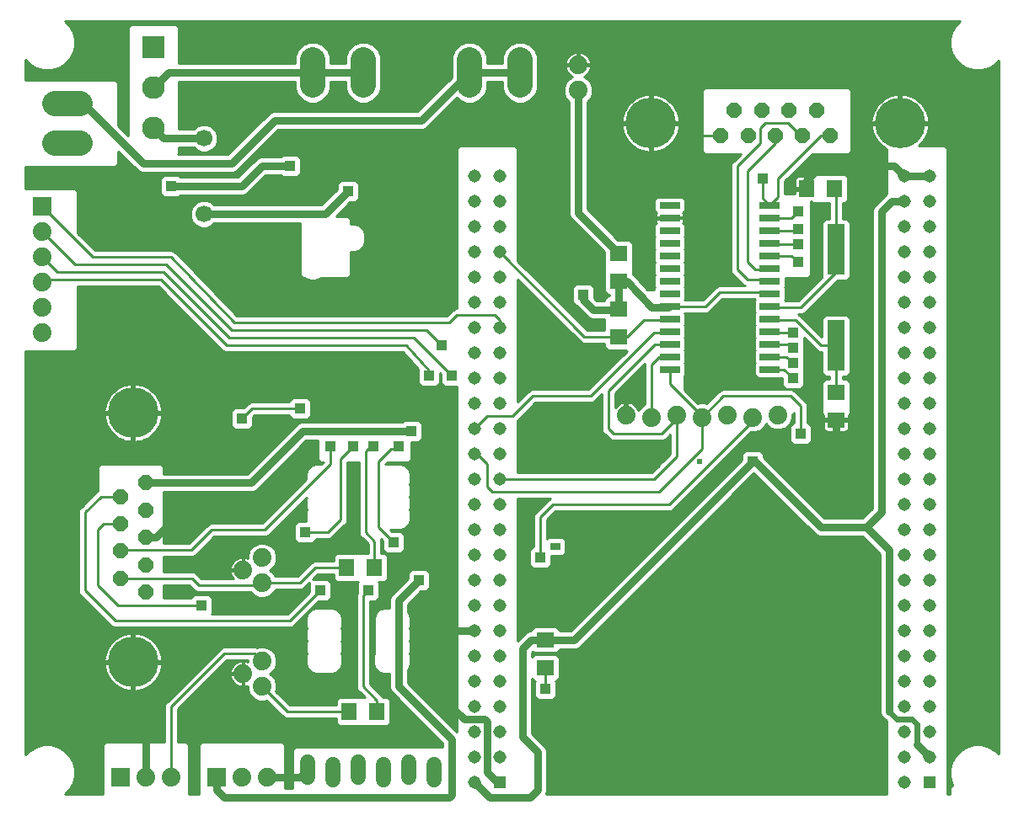
<source format=gbl>
G75*
G70*
%OFA0B0*%
%FSLAX24Y24*%
%IPPOS*%
%LPD*%
%AMOC8*
5,1,8,0,0,1.08239X$1,22.5*
%
%ADD10R,0.0200X0.0200*%
%ADD11R,0.0400X0.0300*%
%ADD12R,0.0515X0.0515*%
%ADD13C,0.0515*%
%ADD14C,0.0740*%
%ADD15R,0.0709X0.0630*%
%ADD16R,0.0900X0.0900*%
%ADD17C,0.0900*%
%ADD18C,0.1000*%
%ADD19OC8,0.0600*%
%ADD20C,0.2000*%
%ADD21R,0.0800X0.0260*%
%ADD22R,0.0700X0.2000*%
%ADD23R,0.0630X0.0709*%
%ADD24C,0.0600*%
%ADD25C,0.1004*%
%ADD26R,0.0740X0.0740*%
%ADD27C,0.0669*%
%ADD28R,0.0440X0.0440*%
%ADD29C,0.0300*%
%ADD30C,0.0240*%
%ADD31C,0.0100*%
D10*
X029438Y013912D03*
D11*
X023738Y010562D03*
D12*
X021538Y001212D03*
X038538Y001212D03*
D13*
X037538Y001212D03*
X037538Y002212D03*
X038538Y002212D03*
X038538Y003212D03*
X037538Y003212D03*
X037538Y004212D03*
X038538Y004212D03*
X038538Y005212D03*
X037538Y005212D03*
X037538Y006212D03*
X038538Y006212D03*
X038538Y007212D03*
X037538Y007212D03*
X037538Y008212D03*
X038538Y008212D03*
X038538Y009212D03*
X037538Y009212D03*
X037538Y010212D03*
X038538Y010212D03*
X038538Y011212D03*
X037538Y011212D03*
X037538Y012212D03*
X038538Y012212D03*
X038538Y013212D03*
X037538Y013212D03*
X037538Y014212D03*
X038538Y014212D03*
X038538Y015212D03*
X037538Y015212D03*
X037538Y016212D03*
X038538Y016212D03*
X038538Y017212D03*
X037538Y017212D03*
X037538Y018212D03*
X038538Y018212D03*
X038538Y019212D03*
X037538Y019212D03*
X037538Y020212D03*
X038538Y020212D03*
X038538Y021212D03*
X037538Y021212D03*
X037538Y022212D03*
X038538Y022212D03*
X038538Y023212D03*
X037538Y023212D03*
X037538Y024212D03*
X038538Y024212D03*
X038538Y025212D03*
X037538Y025212D03*
X021538Y025212D03*
X020538Y025212D03*
X020538Y024212D03*
X021538Y024212D03*
X021538Y023212D03*
X020538Y023212D03*
X020538Y022212D03*
X021538Y022212D03*
X021538Y021212D03*
X020538Y021212D03*
X020538Y020212D03*
X021538Y020212D03*
X021538Y019212D03*
X021538Y018212D03*
X020538Y018212D03*
X020538Y019212D03*
X020538Y017212D03*
X021538Y017212D03*
X021538Y016212D03*
X020538Y016212D03*
X020538Y015212D03*
X021538Y015212D03*
X021538Y014212D03*
X020538Y014212D03*
X020538Y013212D03*
X021538Y013212D03*
X021538Y012212D03*
X020538Y012212D03*
X020538Y011212D03*
X021538Y011212D03*
X021538Y010212D03*
X020538Y010212D03*
X020538Y009212D03*
X021538Y009212D03*
X021538Y008212D03*
X020538Y008212D03*
X020538Y007212D03*
X020538Y006212D03*
X021538Y006212D03*
X021538Y007212D03*
X021538Y005212D03*
X020538Y005212D03*
X020538Y004212D03*
X021538Y004212D03*
X021538Y003212D03*
X020538Y003212D03*
X020538Y002212D03*
X021538Y002212D03*
X020538Y001212D03*
D14*
X012338Y001412D03*
X011338Y001412D03*
X008538Y001412D03*
X007538Y001412D03*
X012138Y005012D03*
X011388Y005512D03*
X012138Y006012D03*
X012138Y009112D03*
X011388Y009612D03*
X012138Y010112D03*
X003438Y019012D03*
X003438Y020012D03*
X003438Y021012D03*
X003438Y022012D03*
X003438Y023012D03*
X024638Y028612D03*
X024638Y029612D03*
X026538Y015762D03*
X027538Y015662D03*
X028538Y015762D03*
X029538Y015662D03*
X030538Y015762D03*
X031538Y015662D03*
X032538Y015762D03*
D15*
X034838Y015561D03*
X034838Y016664D03*
X026238Y018861D03*
X026238Y019964D03*
X026238Y021061D03*
X026238Y022164D03*
X023338Y006864D03*
X023338Y005761D03*
D16*
X007838Y030312D03*
D17*
X007838Y028712D03*
X007838Y027112D03*
D18*
X014138Y028812D02*
X014138Y029812D01*
X016138Y029812D02*
X016138Y028812D01*
X020338Y028812D02*
X020338Y029812D01*
X022338Y029812D02*
X022338Y028812D01*
D19*
X030278Y026812D03*
X031358Y026812D03*
X030818Y027812D03*
X031898Y027812D03*
X032978Y027812D03*
X032438Y026812D03*
X033518Y026812D03*
X034598Y026812D03*
X034058Y027812D03*
X007538Y013072D03*
X006538Y012532D03*
X007538Y011992D03*
X006538Y011452D03*
X007538Y010912D03*
X006538Y010372D03*
X007538Y009832D03*
X006538Y009292D03*
X007538Y008752D03*
D20*
X007038Y005982D03*
X007038Y015842D03*
X027508Y027312D03*
X037368Y027312D03*
D21*
X032218Y024062D03*
X032218Y023562D03*
X032218Y023062D03*
X032218Y022562D03*
X032218Y022062D03*
X032218Y021562D03*
X032218Y021062D03*
X032218Y020562D03*
X032218Y020062D03*
X032218Y019562D03*
X032218Y019062D03*
X032218Y018562D03*
X032218Y018062D03*
X032218Y017562D03*
X028258Y017562D03*
X028258Y018062D03*
X028258Y018562D03*
X028258Y019062D03*
X028258Y019562D03*
X028258Y020062D03*
X028258Y020562D03*
X028258Y021062D03*
X028258Y021562D03*
X028258Y022062D03*
X028258Y022562D03*
X028258Y023062D03*
X028258Y023562D03*
X028258Y024062D03*
D22*
X034838Y022312D03*
X034838Y018512D03*
D23*
X034789Y024712D03*
X033687Y024712D03*
X016589Y009712D03*
X015487Y009712D03*
X015587Y004012D03*
X016689Y004012D03*
D24*
X016938Y001912D02*
X016938Y001312D01*
X015938Y001412D02*
X015938Y002012D01*
X014938Y001912D02*
X014938Y001312D01*
X013938Y001412D02*
X013938Y002012D01*
X017938Y002012D02*
X017938Y001412D01*
X018938Y001312D02*
X018938Y001912D01*
D25*
X004940Y026533D02*
X003936Y026533D01*
X003936Y028092D02*
X004940Y028092D01*
D26*
X003438Y024012D03*
X006538Y001412D03*
X010338Y001412D03*
D27*
X009838Y023712D03*
X009838Y026712D03*
D28*
X008538Y024812D03*
X008038Y023012D03*
X010238Y021112D03*
X010638Y017812D03*
X012938Y017812D03*
X013638Y016012D03*
X014938Y016012D03*
X014838Y014512D03*
X015738Y014512D03*
X016538Y014512D03*
X017538Y014512D03*
X018038Y015112D03*
X016538Y016012D03*
X018738Y017312D03*
X019638Y017312D03*
X019238Y018512D03*
X023438Y018912D03*
X024838Y020512D03*
X023538Y022212D03*
X025738Y024312D03*
X023338Y025112D03*
X023338Y026712D03*
X027538Y029112D03*
X031938Y025112D03*
X033338Y023812D03*
X033338Y023112D03*
X033338Y022512D03*
X033338Y021812D03*
X035938Y024112D03*
X040238Y026012D03*
X037338Y029112D03*
X040238Y021412D03*
X040238Y015712D03*
X035438Y013512D03*
X033438Y015012D03*
X031538Y013912D03*
X033138Y017212D03*
X033138Y017812D03*
X033138Y018412D03*
X033138Y019012D03*
X027238Y014212D03*
X026938Y016912D03*
X023438Y017512D03*
X023438Y015312D03*
X019038Y013312D03*
X019038Y011912D03*
X017338Y010712D03*
X017538Y009612D03*
X018338Y009212D03*
X016338Y008812D03*
X014438Y008812D03*
X013838Y010312D03*
X013838Y011112D03*
X013238Y013312D03*
X011338Y014212D03*
X011338Y015612D03*
X008248Y017792D03*
X005438Y020212D03*
X003238Y017712D03*
X005638Y023612D03*
X013238Y025612D03*
X014338Y026512D03*
X015538Y024612D03*
X018138Y024712D03*
X018838Y026612D03*
X018238Y029312D03*
X011138Y030412D03*
X009138Y030412D03*
X011238Y012112D03*
X011238Y008312D03*
X009738Y008212D03*
X010438Y007012D03*
X011938Y007012D03*
X012138Y003512D03*
X014638Y003212D03*
X018438Y006612D03*
X019038Y004712D03*
X023138Y003712D03*
X023338Y004912D03*
X022938Y008212D03*
X023138Y010112D03*
X009438Y003512D03*
X007538Y003512D03*
X003338Y004312D03*
X040238Y004412D03*
X040238Y010412D03*
D29*
X036938Y010412D02*
X036038Y011312D01*
X036638Y011912D01*
X036638Y023812D01*
X037038Y024212D01*
X037538Y024212D01*
X037538Y025212D02*
X038538Y025212D01*
X037538Y025212D02*
X037138Y025612D01*
X034238Y025612D01*
X033687Y025061D01*
X028208Y020012D02*
X027538Y020012D01*
X026589Y021061D01*
X026238Y021061D02*
X026238Y019964D01*
X026187Y019912D01*
X025238Y019912D01*
X024838Y020312D01*
X024838Y020512D01*
X026238Y022164D02*
X024638Y023764D01*
X024638Y028612D01*
X022338Y029312D02*
X020338Y029312D01*
X018438Y027412D01*
X012638Y027412D01*
X010938Y025712D01*
X007438Y025712D01*
X005059Y028092D01*
X004438Y028092D01*
X007838Y028712D02*
X008438Y029312D01*
X014138Y029312D01*
X016238Y029312D01*
X013238Y025612D02*
X012138Y025612D01*
X011338Y024812D01*
X008538Y024812D01*
X009838Y023712D02*
X014638Y023712D01*
X015538Y024612D01*
X009838Y026712D02*
X008238Y026712D01*
X007838Y027112D01*
X013738Y015112D02*
X018038Y015112D01*
X013738Y015112D02*
X011698Y013072D01*
X007538Y013072D01*
X009238Y012212D02*
X010038Y012212D01*
X009238Y012212D02*
X007938Y010912D01*
X007538Y010912D01*
X007538Y003512D02*
X007538Y001412D01*
X010338Y001412D02*
X010338Y000912D01*
X010638Y000612D01*
X019538Y000612D01*
X019638Y000712D01*
X019638Y002912D01*
X017538Y005012D01*
X017538Y008412D01*
X018338Y009212D01*
X017738Y009612D02*
X017538Y009612D01*
X019038Y007212D02*
X018438Y006612D01*
X018438Y005312D01*
X020138Y003712D01*
X020938Y003712D01*
X021038Y003612D01*
X021038Y001612D01*
X021438Y001212D01*
X021538Y001212D01*
X021138Y000612D02*
X020538Y001212D01*
X021138Y000612D02*
X022738Y000612D01*
X023038Y000912D01*
X023038Y002412D01*
X022438Y003012D01*
X022438Y006512D01*
X022789Y006864D01*
X023338Y006864D01*
X024489Y006864D01*
X031538Y013912D01*
X031638Y013912D01*
X034238Y011312D01*
X036038Y011312D01*
X036938Y010412D02*
X036938Y004012D01*
X038038Y002712D02*
X038538Y002212D01*
X035438Y013512D02*
X034838Y014112D01*
X034838Y015561D01*
X020538Y007212D02*
X019038Y007212D01*
X013938Y001712D02*
X013638Y001412D01*
X012338Y001412D01*
D30*
X036938Y004012D02*
X037238Y003712D01*
X037838Y003712D01*
X038038Y003512D01*
X038038Y002712D01*
D31*
X002788Y002318D02*
X002788Y018302D01*
X004725Y018302D01*
X004848Y018425D01*
X004848Y020852D01*
X008031Y020852D01*
X010518Y018365D01*
X010591Y018292D01*
X010687Y018252D01*
X017722Y018252D01*
X018308Y017602D01*
X018308Y017005D01*
X018431Y016882D01*
X019045Y016882D01*
X019168Y017005D01*
X019168Y017415D01*
X019208Y017375D01*
X019208Y017005D01*
X019331Y016882D01*
X019828Y016882D01*
X019828Y003231D01*
X017898Y005161D01*
X017898Y005685D01*
X017924Y005711D01*
X017993Y005876D01*
X017993Y006248D01*
X017966Y006312D01*
X017993Y006376D01*
X017993Y006748D01*
X017966Y006812D01*
X017993Y006876D01*
X017993Y007248D01*
X017966Y007312D01*
X017993Y007376D01*
X017993Y007748D01*
X017924Y007914D01*
X017898Y007940D01*
X017898Y008263D01*
X018417Y008782D01*
X018645Y008782D01*
X018768Y008905D01*
X018768Y009519D01*
X018645Y009642D01*
X018031Y009642D01*
X017908Y009519D01*
X017908Y009292D01*
X017233Y008616D01*
X017178Y008484D01*
X017178Y008341D01*
X017178Y008109D01*
X016922Y008109D01*
X016756Y008040D01*
X016630Y007914D01*
X016561Y007748D01*
X016561Y007376D01*
X016588Y007312D01*
X016561Y007248D01*
X016561Y006876D01*
X016588Y006812D01*
X016561Y006748D01*
X016561Y006376D01*
X016583Y006324D01*
X016551Y006248D01*
X016551Y005876D01*
X016620Y005711D01*
X016746Y005584D01*
X016912Y005516D01*
X017178Y005516D01*
X017178Y004941D01*
X017233Y004809D01*
X017334Y004707D01*
X019278Y002763D01*
X019278Y002622D01*
X013451Y002622D01*
X013328Y002499D01*
X013328Y000972D01*
X013048Y000972D01*
X013048Y002699D01*
X012925Y002822D01*
X009751Y002822D01*
X009628Y002699D01*
X009628Y000762D01*
X009248Y000762D01*
X009248Y002699D01*
X009125Y002822D01*
X008798Y002822D01*
X008798Y004105D01*
X010746Y006052D01*
X011558Y006052D01*
X011558Y006004D01*
X011510Y006020D01*
X011429Y006032D01*
X011418Y006032D01*
X011418Y005543D01*
X011358Y005543D01*
X011358Y006032D01*
X011347Y006032D01*
X011266Y006020D01*
X011189Y005994D01*
X011116Y005957D01*
X011049Y005909D01*
X010992Y005851D01*
X010944Y005785D01*
X010906Y005712D01*
X010881Y005634D01*
X010868Y005553D01*
X010868Y005542D01*
X011358Y005542D01*
X011358Y005482D01*
X011418Y005482D01*
X011418Y004992D01*
X011429Y004992D01*
X011510Y005005D01*
X011558Y005021D01*
X011558Y004897D01*
X011647Y004684D01*
X011810Y004521D01*
X012023Y004432D01*
X012254Y004432D01*
X012322Y004461D01*
X012991Y003792D01*
X013087Y003752D01*
X013190Y003752D01*
X015062Y003752D01*
X015062Y003571D01*
X015185Y003448D01*
X015806Y003448D01*
X015811Y003442D01*
X016445Y003442D01*
X016451Y003448D01*
X017091Y003448D01*
X017214Y003571D01*
X017214Y004454D01*
X017091Y004577D01*
X016923Y004577D01*
X016910Y004609D01*
X016398Y005120D01*
X016398Y008382D01*
X016645Y008382D01*
X016768Y008505D01*
X016768Y009119D01*
X016739Y009148D01*
X016991Y009148D01*
X017114Y009271D01*
X017114Y010154D01*
X016991Y010277D01*
X016849Y010277D01*
X016849Y010710D01*
X016849Y010813D01*
X016835Y010848D01*
X016908Y010775D01*
X016908Y010405D01*
X017031Y010282D01*
X017645Y010282D01*
X017768Y010405D01*
X017768Y011019D01*
X017645Y011142D01*
X017276Y011142D01*
X017202Y011216D01*
X017632Y011216D01*
X017797Y011284D01*
X017924Y011411D01*
X017993Y011576D01*
X017993Y011948D01*
X017966Y012012D01*
X017993Y012076D01*
X017993Y012448D01*
X017966Y012512D01*
X017993Y012576D01*
X017993Y012948D01*
X017966Y013012D01*
X017993Y013076D01*
X017993Y013448D01*
X017924Y013614D01*
X017797Y013740D01*
X017632Y013809D01*
X017002Y013809D01*
X017096Y013902D01*
X017925Y013902D01*
X018048Y014025D01*
X018048Y014682D01*
X018345Y014682D01*
X018468Y014805D01*
X018468Y015419D01*
X018345Y015542D01*
X017731Y015542D01*
X017661Y015472D01*
X013667Y015472D01*
X013534Y015418D01*
X013433Y015316D01*
X011549Y013432D01*
X008248Y013432D01*
X008248Y013699D01*
X008125Y013822D01*
X005751Y013822D01*
X005628Y013699D01*
X005628Y012760D01*
X005611Y012753D01*
X004991Y012133D01*
X004918Y012060D01*
X004878Y011964D01*
X004878Y008864D01*
X004878Y008761D01*
X004918Y008665D01*
X006118Y007465D01*
X006191Y007392D01*
X006287Y007352D01*
X013187Y007352D01*
X013290Y007352D01*
X013386Y007392D01*
X014376Y008382D01*
X014745Y008382D01*
X014868Y008505D01*
X014868Y009119D01*
X014745Y009242D01*
X014136Y009242D01*
X014346Y009452D01*
X014962Y009452D01*
X014962Y009271D01*
X015085Y009148D01*
X015706Y009148D01*
X015711Y009142D01*
X015931Y009142D01*
X015908Y009119D01*
X015908Y008737D01*
X015878Y008664D01*
X015878Y008561D01*
X015878Y004961D01*
X015918Y004865D01*
X015991Y004792D01*
X016201Y004582D01*
X015811Y004582D01*
X015806Y004577D01*
X015185Y004577D01*
X015062Y004454D01*
X015062Y004272D01*
X013246Y004272D01*
X012690Y004829D01*
X012718Y004897D01*
X012718Y005128D01*
X012630Y005341D01*
X012467Y005504D01*
X012447Y005512D01*
X012467Y005521D01*
X012630Y005684D01*
X012718Y005897D01*
X012718Y006128D01*
X012630Y006341D01*
X012467Y006504D01*
X012254Y006592D01*
X012023Y006592D01*
X011932Y006555D01*
X011890Y006572D01*
X010690Y006572D01*
X010587Y006572D01*
X010491Y006533D01*
X008391Y004433D01*
X008318Y004360D01*
X008278Y004264D01*
X008278Y002822D01*
X005951Y002822D01*
X005828Y002699D01*
X005828Y000762D01*
X004344Y000762D01*
X004518Y000937D01*
X004663Y001188D01*
X004738Y001468D01*
X004738Y001757D01*
X004663Y002037D01*
X004518Y002288D01*
X004314Y002493D01*
X004063Y002637D01*
X003783Y002712D01*
X003493Y002712D01*
X003214Y002637D01*
X002963Y002493D01*
X002788Y002318D01*
X002788Y002382D02*
X002852Y002382D01*
X002788Y002480D02*
X002951Y002480D01*
X003112Y002579D02*
X002788Y002579D01*
X002788Y002677D02*
X003363Y002677D01*
X003913Y002677D02*
X005828Y002677D01*
X005828Y002579D02*
X004164Y002579D01*
X004326Y002480D02*
X005828Y002480D01*
X005828Y002382D02*
X004424Y002382D01*
X004521Y002283D02*
X005828Y002283D01*
X005828Y002185D02*
X004578Y002185D01*
X004635Y002086D02*
X005828Y002086D01*
X005828Y001988D02*
X004676Y001988D01*
X004703Y001889D02*
X005828Y001889D01*
X005828Y001791D02*
X004729Y001791D01*
X004738Y001692D02*
X005828Y001692D01*
X005828Y001594D02*
X004738Y001594D01*
X004738Y001495D02*
X005828Y001495D01*
X005828Y001396D02*
X004719Y001396D01*
X004693Y001298D02*
X005828Y001298D01*
X005828Y001199D02*
X004666Y001199D01*
X004613Y001101D02*
X005828Y001101D01*
X005828Y001002D02*
X004556Y001002D01*
X004485Y000904D02*
X005828Y000904D01*
X005828Y000805D02*
X004387Y000805D01*
X005905Y002776D02*
X002788Y002776D01*
X002788Y002875D02*
X008278Y002875D01*
X008278Y002973D02*
X002788Y002973D01*
X002788Y003072D02*
X008278Y003072D01*
X008278Y003170D02*
X002788Y003170D01*
X002788Y003269D02*
X008278Y003269D01*
X008278Y003367D02*
X002788Y003367D01*
X002788Y003466D02*
X008278Y003466D01*
X008278Y003564D02*
X002788Y003564D01*
X002788Y003663D02*
X008278Y003663D01*
X008278Y003761D02*
X002788Y003761D01*
X002788Y003860D02*
X008278Y003860D01*
X008278Y003959D02*
X002788Y003959D01*
X002788Y004057D02*
X008278Y004057D01*
X008278Y004156D02*
X002788Y004156D01*
X002788Y004254D02*
X008278Y004254D01*
X008315Y004353D02*
X002788Y004353D01*
X002788Y004451D02*
X008409Y004451D01*
X008508Y004550D02*
X002788Y004550D01*
X002788Y004648D02*
X008606Y004648D01*
X008705Y004747D02*
X002788Y004747D01*
X002788Y004845D02*
X006858Y004845D01*
X006845Y004847D02*
X006974Y004832D01*
X006988Y004832D01*
X006988Y005932D01*
X007088Y005932D01*
X007088Y004832D01*
X007103Y004832D01*
X007231Y004847D01*
X007357Y004876D01*
X007479Y004918D01*
X007595Y004974D01*
X007705Y005043D01*
X007806Y005124D01*
X007897Y005215D01*
X007978Y005316D01*
X008046Y005425D01*
X008102Y005542D01*
X008145Y005664D01*
X008174Y005789D01*
X008188Y005918D01*
X008188Y005932D01*
X007088Y005932D01*
X007088Y006032D01*
X008188Y006032D01*
X008188Y006047D01*
X008174Y006175D01*
X008145Y006301D01*
X008102Y006423D01*
X008046Y006540D01*
X007978Y006649D01*
X007897Y006750D01*
X007806Y006841D01*
X007705Y006922D01*
X007595Y006991D01*
X007479Y007047D01*
X007357Y007089D01*
X007231Y007118D01*
X007103Y007132D01*
X007088Y007132D01*
X007088Y006033D01*
X006988Y006033D01*
X006988Y007132D01*
X006974Y007132D01*
X006845Y007118D01*
X006719Y007089D01*
X006597Y007047D01*
X006481Y006991D01*
X006372Y006922D01*
X006271Y006841D01*
X006179Y006750D01*
X006099Y006649D01*
X006030Y006540D01*
X005974Y006423D01*
X005931Y006301D01*
X005903Y006175D01*
X005888Y006047D01*
X005888Y006032D01*
X006988Y006032D01*
X006988Y005932D01*
X005888Y005932D01*
X005888Y005918D01*
X005903Y005789D01*
X005931Y005664D01*
X005974Y005542D01*
X006030Y005425D01*
X006099Y005316D01*
X006179Y005215D01*
X006271Y005124D01*
X006372Y005043D01*
X006481Y004974D01*
X006597Y004918D01*
X006719Y004876D01*
X006845Y004847D01*
X006988Y004845D02*
X007088Y004845D01*
X007088Y004944D02*
X006988Y004944D01*
X006988Y005043D02*
X007088Y005043D01*
X007088Y005141D02*
X006988Y005141D01*
X006988Y005240D02*
X007088Y005240D01*
X007088Y005338D02*
X006988Y005338D01*
X006988Y005437D02*
X007088Y005437D01*
X007088Y005535D02*
X006988Y005535D01*
X006988Y005634D02*
X007088Y005634D01*
X007088Y005732D02*
X006988Y005732D01*
X006988Y005831D02*
X007088Y005831D01*
X007088Y005929D02*
X006988Y005929D01*
X006988Y006028D02*
X002788Y006028D01*
X002788Y006126D02*
X005897Y006126D01*
X005914Y006225D02*
X002788Y006225D01*
X002788Y006324D02*
X005939Y006324D01*
X005974Y006422D02*
X002788Y006422D01*
X002788Y006521D02*
X006021Y006521D01*
X006080Y006619D02*
X002788Y006619D01*
X002788Y006718D02*
X006154Y006718D01*
X006246Y006816D02*
X002788Y006816D01*
X002788Y006915D02*
X006363Y006915D01*
X006529Y007013D02*
X002788Y007013D01*
X002788Y007112D02*
X006819Y007112D01*
X006988Y007112D02*
X007088Y007112D01*
X007088Y007013D02*
X006988Y007013D01*
X006988Y006915D02*
X007088Y006915D01*
X007088Y006816D02*
X006988Y006816D01*
X006988Y006718D02*
X007088Y006718D01*
X007088Y006619D02*
X006988Y006619D01*
X006988Y006521D02*
X007088Y006521D01*
X007088Y006422D02*
X006988Y006422D01*
X006988Y006324D02*
X007088Y006324D01*
X007088Y006225D02*
X006988Y006225D01*
X006988Y006126D02*
X007088Y006126D01*
X007088Y006028D02*
X009986Y006028D01*
X009888Y005929D02*
X008188Y005929D01*
X008178Y005831D02*
X009789Y005831D01*
X009690Y005732D02*
X008161Y005732D01*
X008135Y005634D02*
X009592Y005634D01*
X009493Y005535D02*
X008099Y005535D01*
X008052Y005437D02*
X009395Y005437D01*
X009296Y005338D02*
X007992Y005338D01*
X007917Y005240D02*
X009198Y005240D01*
X009099Y005141D02*
X007823Y005141D01*
X007704Y005043D02*
X009001Y005043D01*
X008902Y004944D02*
X007532Y004944D01*
X007218Y004845D02*
X008804Y004845D01*
X009243Y004550D02*
X011781Y004550D01*
X011682Y004648D02*
X009342Y004648D01*
X009440Y004747D02*
X011620Y004747D01*
X011580Y004845D02*
X009539Y004845D01*
X009637Y004944D02*
X011558Y004944D01*
X011418Y005043D02*
X011358Y005043D01*
X011358Y004992D02*
X011358Y005482D01*
X010868Y005482D01*
X010868Y005471D01*
X010881Y005391D01*
X010906Y005313D01*
X010944Y005240D01*
X009933Y005240D01*
X010032Y005338D02*
X010898Y005338D01*
X010874Y005437D02*
X010130Y005437D01*
X010229Y005535D02*
X011358Y005535D01*
X011358Y005437D02*
X011418Y005437D01*
X011418Y005338D02*
X011358Y005338D01*
X011358Y005240D02*
X011418Y005240D01*
X011418Y005141D02*
X011358Y005141D01*
X011347Y004992D02*
X011358Y004992D01*
X011347Y004992D02*
X011266Y005005D01*
X011189Y005031D01*
X011116Y005068D01*
X011049Y005116D01*
X010992Y005174D01*
X010944Y005240D01*
X011024Y005141D02*
X009835Y005141D01*
X009736Y005043D02*
X011165Y005043D01*
X011358Y005634D02*
X011418Y005634D01*
X011418Y005732D02*
X011358Y005732D01*
X011358Y005831D02*
X011418Y005831D01*
X011418Y005929D02*
X011358Y005929D01*
X011358Y006028D02*
X011418Y006028D01*
X011457Y006028D02*
X011558Y006028D01*
X011319Y006028D02*
X010721Y006028D01*
X010623Y005929D02*
X011078Y005929D01*
X010977Y005831D02*
X010524Y005831D01*
X010426Y005732D02*
X010917Y005732D01*
X010881Y005634D02*
X010327Y005634D01*
X010085Y006126D02*
X008179Y006126D01*
X008162Y006225D02*
X010183Y006225D01*
X010282Y006324D02*
X008137Y006324D01*
X008103Y006422D02*
X010380Y006422D01*
X010479Y006521D02*
X008055Y006521D01*
X007996Y006619D02*
X013874Y006619D01*
X013874Y006521D02*
X012427Y006521D01*
X012549Y006422D02*
X013874Y006422D01*
X013874Y006376D02*
X013901Y006312D01*
X013874Y006248D01*
X013874Y005876D01*
X013943Y005711D01*
X014069Y005584D01*
X014235Y005516D01*
X014955Y005516D01*
X015120Y005584D01*
X015247Y005711D01*
X015315Y005876D01*
X015315Y006248D01*
X015284Y006324D01*
X015306Y006376D01*
X015306Y006748D01*
X015284Y006801D01*
X015315Y006876D01*
X015315Y007248D01*
X015289Y007312D01*
X015315Y007376D01*
X015315Y007748D01*
X015247Y007914D01*
X015120Y008040D01*
X014955Y008109D01*
X014235Y008109D01*
X014069Y008040D01*
X013943Y007914D01*
X013874Y007748D01*
X013874Y007376D01*
X013901Y007312D01*
X013874Y007248D01*
X013874Y006876D01*
X013901Y006812D01*
X013874Y006748D01*
X013874Y006376D01*
X013896Y006324D02*
X012637Y006324D01*
X012678Y006225D02*
X013874Y006225D01*
X013874Y006126D02*
X012718Y006126D01*
X012718Y006028D02*
X013874Y006028D01*
X013874Y005929D02*
X012718Y005929D01*
X012691Y005831D02*
X013893Y005831D01*
X013934Y005732D02*
X012650Y005732D01*
X012580Y005634D02*
X014020Y005634D01*
X014188Y005535D02*
X012481Y005535D01*
X012534Y005437D02*
X015878Y005437D01*
X015878Y005535D02*
X015001Y005535D01*
X015170Y005634D02*
X015878Y005634D01*
X015878Y005732D02*
X015256Y005732D01*
X015296Y005831D02*
X015878Y005831D01*
X015878Y005929D02*
X015315Y005929D01*
X015315Y006028D02*
X015878Y006028D01*
X015878Y006126D02*
X015315Y006126D01*
X015315Y006225D02*
X015878Y006225D01*
X015878Y006324D02*
X015284Y006324D01*
X015306Y006422D02*
X015878Y006422D01*
X015878Y006521D02*
X015306Y006521D01*
X015306Y006619D02*
X015878Y006619D01*
X015878Y006718D02*
X015306Y006718D01*
X015290Y006816D02*
X015878Y006816D01*
X015878Y006915D02*
X015315Y006915D01*
X015315Y007013D02*
X015878Y007013D01*
X015878Y007112D02*
X015315Y007112D01*
X015315Y007210D02*
X015878Y007210D01*
X015878Y007309D02*
X015290Y007309D01*
X015315Y007408D02*
X015878Y007408D01*
X015878Y007506D02*
X015315Y007506D01*
X015315Y007605D02*
X015878Y007605D01*
X015878Y007703D02*
X015315Y007703D01*
X015293Y007802D02*
X015878Y007802D01*
X015878Y007900D02*
X015253Y007900D01*
X015162Y007999D02*
X015878Y007999D01*
X015878Y008097D02*
X014983Y008097D01*
X014756Y008393D02*
X015878Y008393D01*
X015878Y008492D02*
X014854Y008492D01*
X014868Y008590D02*
X015878Y008590D01*
X015888Y008689D02*
X014868Y008689D01*
X014868Y008787D02*
X015908Y008787D01*
X015908Y008886D02*
X014868Y008886D01*
X014868Y008984D02*
X015908Y008984D01*
X015908Y009083D02*
X014868Y009083D01*
X014806Y009181D02*
X015052Y009181D01*
X014962Y009280D02*
X014173Y009280D01*
X014272Y009378D02*
X014962Y009378D01*
X015487Y009712D02*
X014238Y009712D01*
X013638Y009112D01*
X012138Y009112D01*
X012038Y009012D01*
X009638Y009012D01*
X009358Y009292D01*
X006538Y009292D01*
X005638Y009012D02*
X006438Y008212D01*
X009738Y008212D01*
X010168Y008196D02*
X013454Y008196D01*
X013553Y008294D02*
X010168Y008294D01*
X010168Y008393D02*
X013651Y008393D01*
X013750Y008492D02*
X010168Y008492D01*
X010168Y008519D02*
X010045Y008642D01*
X009431Y008642D01*
X009311Y008522D01*
X008248Y008522D01*
X008248Y009032D01*
X009251Y009032D01*
X009418Y008865D01*
X009491Y008792D01*
X009587Y008752D01*
X011678Y008752D01*
X011810Y008621D01*
X012023Y008532D01*
X012254Y008532D01*
X012467Y008621D01*
X012630Y008784D01*
X012658Y008852D01*
X013587Y008852D01*
X013690Y008852D01*
X013786Y008892D01*
X014008Y009115D01*
X014008Y008750D01*
X013131Y007872D01*
X010135Y007872D01*
X010168Y007905D01*
X010168Y008519D01*
X010098Y008590D02*
X011884Y008590D01*
X011742Y008689D02*
X008248Y008689D01*
X008248Y008787D02*
X009503Y008787D01*
X009397Y008886D02*
X008248Y008886D01*
X008248Y008984D02*
X009299Y008984D01*
X009379Y008590D02*
X008248Y008590D01*
X008248Y009552D02*
X008248Y010152D01*
X009390Y010152D01*
X009486Y010192D01*
X009559Y010265D01*
X011574Y010265D01*
X011558Y010228D02*
X011558Y010104D01*
X011510Y010120D01*
X011429Y010132D01*
X011418Y010132D01*
X011418Y009643D01*
X011358Y009643D01*
X011358Y010132D01*
X011347Y010132D01*
X011266Y010120D01*
X011189Y010094D01*
X011116Y010057D01*
X011049Y010009D01*
X010992Y009951D01*
X010944Y009885D01*
X010906Y009812D01*
X010881Y009734D01*
X010868Y009653D01*
X010868Y009642D01*
X011358Y009642D01*
X011358Y009582D01*
X010868Y009582D01*
X010868Y009571D01*
X010881Y009491D01*
X010906Y009413D01*
X010944Y009340D01*
X010992Y009274D01*
X010993Y009272D01*
X009746Y009272D01*
X009506Y009513D01*
X009410Y009552D01*
X009307Y009552D01*
X008248Y009552D01*
X008248Y009576D02*
X010868Y009576D01*
X010872Y009674D02*
X008248Y009674D01*
X008248Y009773D02*
X010894Y009773D01*
X010936Y009871D02*
X008248Y009871D01*
X008248Y009970D02*
X011010Y009970D01*
X011137Y010068D02*
X008248Y010068D01*
X008248Y010672D02*
X008248Y012712D01*
X011627Y012712D01*
X011770Y012712D01*
X011902Y012767D01*
X013887Y014752D01*
X014328Y014752D01*
X014328Y014025D01*
X014451Y013902D01*
X014561Y013902D01*
X014467Y013809D01*
X014235Y013809D01*
X014069Y013740D01*
X013943Y013614D01*
X013874Y013448D01*
X013874Y013216D01*
X012131Y011472D01*
X010190Y011472D01*
X010087Y011472D01*
X009991Y011433D01*
X009231Y010672D01*
X008248Y010672D01*
X008248Y010758D02*
X009316Y010758D01*
X009415Y010857D02*
X008248Y010857D01*
X008248Y010955D02*
X009513Y010955D01*
X009612Y011054D02*
X008248Y011054D01*
X008248Y011152D02*
X009710Y011152D01*
X009809Y011251D02*
X008248Y011251D01*
X008248Y011349D02*
X009907Y011349D01*
X010027Y011448D02*
X008248Y011448D01*
X008248Y011546D02*
X012205Y011546D01*
X012303Y011645D02*
X008248Y011645D01*
X008248Y011743D02*
X012402Y011743D01*
X012500Y011842D02*
X008248Y011842D01*
X008248Y011941D02*
X012599Y011941D01*
X012697Y012039D02*
X008248Y012039D01*
X008248Y012138D02*
X012796Y012138D01*
X012894Y012236D02*
X008248Y012236D01*
X008248Y012335D02*
X012993Y012335D01*
X013091Y012433D02*
X008248Y012433D01*
X008248Y012532D02*
X013190Y012532D01*
X013289Y012630D02*
X008248Y012630D01*
X008248Y013517D02*
X011634Y013517D01*
X011733Y013616D02*
X008248Y013616D01*
X008233Y013714D02*
X011831Y013714D01*
X011930Y013813D02*
X008135Y013813D01*
X007479Y014778D02*
X007357Y014736D01*
X007231Y014707D01*
X007103Y014692D01*
X007088Y014692D01*
X007088Y015792D01*
X006988Y015792D01*
X006988Y014692D01*
X006974Y014692D01*
X006845Y014707D01*
X006719Y014736D01*
X006597Y014778D01*
X006481Y014834D01*
X006372Y014903D01*
X006271Y014984D01*
X006179Y015075D01*
X006099Y015176D01*
X006030Y015285D01*
X005974Y015402D01*
X005931Y015524D01*
X005903Y015649D01*
X005888Y015778D01*
X005888Y015792D01*
X006988Y015792D01*
X006988Y015892D01*
X005888Y015892D01*
X005888Y015907D01*
X005903Y016035D01*
X005931Y016161D01*
X005974Y016283D01*
X006030Y016400D01*
X006099Y016509D01*
X006179Y016610D01*
X006271Y016701D01*
X006372Y016782D01*
X006481Y016851D01*
X006597Y016907D01*
X006719Y016949D01*
X006845Y016978D01*
X006974Y016992D01*
X006988Y016992D01*
X006988Y015893D01*
X007088Y015893D01*
X007088Y016992D01*
X007103Y016992D01*
X007231Y016978D01*
X007357Y016949D01*
X007479Y016907D01*
X007595Y016851D01*
X007705Y016782D01*
X007806Y016701D01*
X007897Y016610D01*
X007978Y016509D01*
X008046Y016400D01*
X008102Y016283D01*
X008145Y016161D01*
X008174Y016035D01*
X008188Y015907D01*
X008188Y015892D01*
X007088Y015892D01*
X007088Y015792D01*
X008188Y015792D01*
X008188Y015778D01*
X008174Y015649D01*
X008145Y015524D01*
X008102Y015402D01*
X008046Y015285D01*
X007978Y015176D01*
X007897Y015075D01*
X007806Y014984D01*
X007705Y014903D01*
X007595Y014834D01*
X007479Y014778D01*
X007521Y014798D02*
X012915Y014798D01*
X012816Y014700D02*
X007168Y014700D01*
X007088Y014700D02*
X006988Y014700D01*
X006909Y014700D02*
X002788Y014700D01*
X002788Y014798D02*
X006556Y014798D01*
X006382Y014897D02*
X002788Y014897D01*
X002788Y014995D02*
X006259Y014995D01*
X006164Y015094D02*
X002788Y015094D01*
X002788Y015192D02*
X006088Y015192D01*
X006027Y015291D02*
X002788Y015291D01*
X002788Y015390D02*
X005980Y015390D01*
X005944Y015488D02*
X002788Y015488D01*
X002788Y015587D02*
X005917Y015587D01*
X005899Y015685D02*
X002788Y015685D01*
X002788Y015784D02*
X005888Y015784D01*
X005897Y015981D02*
X002788Y015981D01*
X002788Y016079D02*
X005913Y016079D01*
X005937Y016178D02*
X002788Y016178D01*
X002788Y016276D02*
X005972Y016276D01*
X006018Y016375D02*
X002788Y016375D01*
X002788Y016474D02*
X006077Y016474D01*
X006149Y016572D02*
X002788Y016572D01*
X002788Y016671D02*
X006240Y016671D01*
X006356Y016769D02*
X002788Y016769D01*
X002788Y016868D02*
X006517Y016868D01*
X006794Y016966D02*
X002788Y016966D01*
X002788Y017065D02*
X018308Y017065D01*
X018308Y017163D02*
X002788Y017163D01*
X002788Y017262D02*
X018308Y017262D01*
X018308Y017360D02*
X002788Y017360D01*
X002788Y017459D02*
X018308Y017459D01*
X018308Y017558D02*
X002788Y017558D01*
X002788Y017656D02*
X018259Y017656D01*
X018171Y017755D02*
X002788Y017755D01*
X002788Y017853D02*
X018082Y017853D01*
X017993Y017952D02*
X002788Y017952D01*
X002788Y018050D02*
X017904Y018050D01*
X017816Y018149D02*
X002788Y018149D01*
X002788Y018247D02*
X017727Y018247D01*
X017838Y018512D02*
X018738Y017512D01*
X018738Y017312D01*
X019168Y017360D02*
X019208Y017360D01*
X019208Y017262D02*
X019168Y017262D01*
X019168Y017163D02*
X019208Y017163D01*
X019208Y017065D02*
X019168Y017065D01*
X019129Y016966D02*
X019247Y016966D01*
X019638Y017312D02*
X018138Y018812D01*
X010838Y018812D01*
X008238Y021412D01*
X004038Y021412D01*
X003438Y022012D01*
X003538Y021112D02*
X008138Y021112D01*
X010738Y018512D01*
X017838Y018512D01*
X018638Y019112D02*
X019238Y018512D01*
X018638Y019112D02*
X010938Y019112D01*
X008338Y021712D01*
X004738Y021712D01*
X003438Y023012D01*
X003438Y024012D02*
X005438Y022012D01*
X008538Y022012D01*
X011038Y019412D01*
X019538Y019412D01*
X019838Y019712D01*
X021338Y019712D01*
X021538Y019512D01*
X021538Y019212D01*
X022248Y019233D02*
X024150Y019233D01*
X024052Y019331D02*
X022248Y019331D01*
X022248Y019430D02*
X023953Y019430D01*
X023855Y019528D02*
X022248Y019528D01*
X022248Y019627D02*
X023756Y019627D01*
X023658Y019725D02*
X022248Y019725D01*
X022248Y019824D02*
X023559Y019824D01*
X023460Y019923D02*
X022248Y019923D01*
X022248Y020021D02*
X023362Y020021D01*
X023263Y020120D02*
X022248Y020120D01*
X022248Y020218D02*
X023165Y020218D01*
X023066Y020317D02*
X022248Y020317D01*
X022248Y020415D02*
X022968Y020415D01*
X022869Y020514D02*
X022248Y020514D01*
X022248Y020612D02*
X022771Y020612D01*
X022672Y020711D02*
X022248Y020711D01*
X022248Y020809D02*
X022574Y020809D01*
X022475Y020908D02*
X022248Y020908D01*
X022248Y021007D02*
X022376Y021007D01*
X022278Y021105D02*
X022248Y021105D01*
X022248Y021135D02*
X024669Y018714D01*
X024742Y018641D01*
X024838Y018601D01*
X025674Y018601D01*
X025674Y018459D01*
X025797Y018336D01*
X026517Y018336D01*
X026551Y018302D01*
X026561Y018302D01*
X025031Y016772D01*
X022890Y016772D01*
X022787Y016772D01*
X022691Y016733D01*
X022248Y016290D01*
X022248Y021135D01*
X022619Y021499D02*
X025678Y021499D01*
X025678Y021468D02*
X025674Y021463D01*
X025674Y020659D01*
X025797Y020536D01*
X025878Y020536D01*
X025878Y020489D01*
X025797Y020489D01*
X025674Y020366D01*
X025674Y020272D01*
X025387Y020272D01*
X025268Y020391D01*
X025268Y020819D01*
X025145Y020942D01*
X024531Y020942D01*
X024408Y020819D01*
X024408Y020205D01*
X024531Y020082D01*
X024559Y020082D01*
X024933Y019709D01*
X025034Y019607D01*
X025167Y019552D01*
X025668Y019552D01*
X025668Y019121D01*
X024997Y019121D01*
X022248Y021870D01*
X022248Y026299D01*
X022125Y026422D01*
X019951Y026422D01*
X019828Y026299D01*
X019828Y019972D01*
X019787Y019972D01*
X019691Y019933D01*
X019618Y019860D01*
X019431Y019672D01*
X011149Y019672D01*
X008760Y022157D01*
X008759Y022160D01*
X008723Y022195D01*
X008690Y022230D01*
X008687Y022231D01*
X008686Y022233D01*
X008640Y022252D01*
X008595Y022271D01*
X008592Y022271D01*
X008590Y022272D01*
X008540Y022272D01*
X008492Y022273D01*
X008489Y022272D01*
X005546Y022272D01*
X004848Y022970D01*
X004848Y024599D01*
X004725Y024722D01*
X002788Y024722D01*
X002788Y025602D01*
X006325Y025602D01*
X006448Y025725D01*
X006448Y026193D01*
X007133Y025509D01*
X007234Y025407D01*
X007367Y025352D01*
X010867Y025352D01*
X011010Y025352D01*
X011142Y025407D01*
X012787Y027052D01*
X018367Y027052D01*
X018510Y027052D01*
X018642Y027107D01*
X019841Y028306D01*
X019936Y028211D01*
X020197Y028102D01*
X020479Y028102D01*
X020740Y028211D01*
X020940Y028410D01*
X021048Y028671D01*
X021048Y028952D01*
X021628Y028952D01*
X021628Y028671D01*
X021736Y028410D01*
X021936Y028211D01*
X022197Y028102D01*
X022479Y028102D01*
X022740Y028211D01*
X022940Y028410D01*
X023048Y028671D01*
X023048Y029954D01*
X022940Y030215D01*
X022740Y030414D01*
X022479Y030522D01*
X022197Y030522D01*
X021936Y030414D01*
X021736Y030215D01*
X021628Y029954D01*
X021628Y029672D01*
X021048Y029672D01*
X021048Y029954D01*
X020940Y030215D01*
X020740Y030414D01*
X020479Y030522D01*
X020197Y030522D01*
X019936Y030414D01*
X019736Y030215D01*
X019628Y029954D01*
X019628Y029111D01*
X018289Y027772D01*
X012567Y027772D01*
X012434Y027718D01*
X012333Y027616D01*
X010789Y026072D01*
X008795Y026072D01*
X008848Y026125D01*
X008848Y026352D01*
X009428Y026352D01*
X009530Y026251D01*
X009730Y026168D01*
X009947Y026168D01*
X010147Y026251D01*
X010300Y026404D01*
X010383Y026604D01*
X010383Y026821D01*
X010300Y027021D01*
X010147Y027174D01*
X009947Y027257D01*
X009730Y027257D01*
X009530Y027174D01*
X009428Y027072D01*
X008848Y027072D01*
X008848Y028952D01*
X013428Y028952D01*
X013428Y028671D01*
X013536Y028410D01*
X013736Y028211D01*
X013997Y028102D01*
X014279Y028102D01*
X014540Y028211D01*
X014740Y028410D01*
X014848Y028671D01*
X014848Y028952D01*
X015428Y028952D01*
X015428Y028671D01*
X015536Y028410D01*
X015736Y028211D01*
X015997Y028102D01*
X016279Y028102D01*
X016540Y028211D01*
X016740Y028410D01*
X016848Y028671D01*
X016848Y029954D01*
X016740Y030215D01*
X016540Y030414D01*
X016279Y030522D01*
X015997Y030522D01*
X015736Y030414D01*
X015536Y030215D01*
X015428Y029954D01*
X015428Y029672D01*
X014848Y029672D01*
X014848Y029954D01*
X014740Y030215D01*
X014540Y030414D01*
X014279Y030522D01*
X013997Y030522D01*
X013736Y030414D01*
X013536Y030215D01*
X013428Y029954D01*
X013428Y029672D01*
X008848Y029672D01*
X008848Y031099D01*
X008725Y031222D01*
X006951Y031222D01*
X006828Y031099D01*
X006828Y026831D01*
X006448Y027211D01*
X006448Y028899D01*
X006325Y029022D01*
X002788Y029022D01*
X002788Y029807D01*
X002963Y029632D01*
X003214Y029487D01*
X003493Y029412D01*
X003783Y029412D01*
X004063Y029487D01*
X004314Y029632D01*
X004518Y029837D01*
X004663Y030088D01*
X004738Y030368D01*
X006828Y030368D01*
X006828Y030270D02*
X004712Y030270D01*
X004738Y030368D02*
X004738Y030657D01*
X004663Y030937D01*
X004518Y031188D01*
X004348Y031359D01*
X039729Y031359D01*
X039558Y031188D01*
X039413Y030937D01*
X039338Y030657D01*
X039338Y030368D01*
X022787Y030368D01*
X022885Y030270D02*
X039364Y030270D01*
X039338Y030368D02*
X039413Y030088D01*
X039558Y029837D01*
X039763Y029632D01*
X040014Y029487D01*
X040293Y029412D01*
X040583Y029412D01*
X040863Y029487D01*
X041114Y029632D01*
X041258Y029777D01*
X041258Y029777D01*
X041258Y002348D01*
X041114Y002493D01*
X040863Y002637D01*
X040583Y002712D01*
X040293Y002712D01*
X040014Y002637D01*
X039763Y002493D01*
X039558Y002288D01*
X039413Y002037D01*
X039338Y001757D01*
X039338Y001468D01*
X039413Y001188D01*
X039451Y001122D01*
X039328Y000999D01*
X039328Y000762D01*
X039248Y000762D01*
X039248Y026299D01*
X039125Y026422D01*
X038097Y026422D01*
X038136Y026454D01*
X038227Y026545D01*
X038308Y026646D01*
X038376Y026755D01*
X038432Y026872D01*
X038475Y026994D01*
X038504Y027119D01*
X038518Y027248D01*
X038518Y027262D01*
X037418Y027262D01*
X037418Y027362D01*
X038518Y027362D01*
X038518Y027377D01*
X038504Y027505D01*
X038475Y027631D01*
X038432Y027753D01*
X038376Y027870D01*
X038308Y027979D01*
X038227Y028080D01*
X038136Y028171D01*
X038035Y028252D01*
X037925Y028321D01*
X037809Y028377D01*
X037687Y028419D01*
X037561Y028448D01*
X037433Y028462D01*
X037418Y028462D01*
X037418Y027363D01*
X037318Y027363D01*
X037318Y028462D01*
X037304Y028462D01*
X037175Y028448D01*
X037049Y028419D01*
X036927Y028377D01*
X036811Y028321D01*
X036702Y028252D01*
X036601Y028171D01*
X036509Y028080D01*
X036429Y027979D01*
X036360Y027870D01*
X036304Y027753D01*
X036261Y027631D01*
X036233Y027505D01*
X036218Y027377D01*
X036218Y027362D01*
X037318Y027362D01*
X037318Y027262D01*
X036218Y027262D01*
X036218Y027248D01*
X036233Y027119D01*
X036261Y026994D01*
X036304Y026872D01*
X036360Y026755D01*
X036429Y026646D01*
X036509Y026545D01*
X036601Y026454D01*
X036702Y026373D01*
X036811Y026304D01*
X036828Y026296D01*
X036828Y024512D01*
X036434Y024118D01*
X036333Y024016D01*
X036278Y023884D01*
X036278Y012062D01*
X035889Y011672D01*
X034387Y011672D01*
X031968Y014091D01*
X031968Y014219D01*
X031845Y014342D01*
X031231Y014342D01*
X031108Y014219D01*
X031108Y013992D01*
X024340Y007224D01*
X023903Y007224D01*
X023903Y007266D01*
X023780Y007389D01*
X022897Y007389D01*
X022774Y007266D01*
X022774Y007224D01*
X022718Y007224D01*
X022586Y007169D01*
X022248Y006831D01*
X022248Y012452D01*
X023538Y012452D01*
X023491Y012433D01*
X023418Y012360D01*
X022918Y011860D01*
X022878Y011764D01*
X022878Y011661D01*
X022878Y010542D01*
X022831Y010542D01*
X022708Y010419D01*
X022708Y009805D01*
X022831Y009682D01*
X023445Y009682D01*
X023568Y009805D01*
X023568Y010202D01*
X024025Y010202D01*
X024148Y010325D01*
X024148Y010799D01*
X024025Y010922D01*
X023451Y010922D01*
X023398Y010869D01*
X023398Y011605D01*
X023746Y011952D01*
X028187Y011952D01*
X028290Y011952D01*
X028386Y011992D01*
X031476Y015082D01*
X031654Y015082D01*
X031867Y015171D01*
X032030Y015334D01*
X032064Y015416D01*
X032210Y015271D01*
X032423Y015182D01*
X032654Y015182D01*
X032867Y015271D01*
X033030Y015434D01*
X033118Y015647D01*
X033118Y015802D01*
X033125Y015802D01*
X033178Y015856D01*
X033178Y015442D01*
X033131Y015442D01*
X033008Y015319D01*
X033008Y014705D01*
X033131Y014582D01*
X033745Y014582D01*
X033868Y014705D01*
X033868Y015319D01*
X033745Y015442D01*
X033698Y015442D01*
X033698Y016061D01*
X033698Y016164D01*
X033659Y016260D01*
X033259Y016660D01*
X033186Y016733D01*
X033090Y016772D01*
X030440Y016772D01*
X030337Y016772D01*
X030241Y016733D01*
X029722Y016214D01*
X029654Y016242D01*
X029423Y016242D01*
X029390Y016229D01*
X028848Y016770D01*
X028848Y017325D01*
X028868Y017345D01*
X028868Y017779D01*
X028835Y017812D01*
X028868Y017845D01*
X028868Y018279D01*
X028835Y018312D01*
X028868Y018345D01*
X028868Y018779D01*
X028835Y018812D01*
X028868Y018845D01*
X028868Y019279D01*
X028835Y019312D01*
X028868Y019345D01*
X028868Y019779D01*
X028845Y019802D01*
X029637Y019802D01*
X029740Y019802D01*
X029836Y019842D01*
X030346Y020352D01*
X031608Y020352D01*
X031608Y020345D01*
X031641Y020312D01*
X031608Y020279D01*
X031608Y019845D01*
X031641Y019812D01*
X031608Y019779D01*
X031608Y019345D01*
X031641Y019312D01*
X031608Y019279D01*
X031608Y018845D01*
X031641Y018812D01*
X031608Y018779D01*
X031608Y018345D01*
X031641Y018312D01*
X031608Y018279D01*
X031608Y017845D01*
X031641Y017812D01*
X031608Y017779D01*
X031608Y017345D01*
X031731Y017222D01*
X032705Y017222D01*
X032708Y017226D01*
X032708Y016905D01*
X032831Y016782D01*
X033445Y016782D01*
X033568Y016905D01*
X033568Y017505D01*
X033568Y018119D01*
X033568Y018705D01*
X033568Y018815D01*
X034091Y018292D01*
X034187Y018252D01*
X034278Y018252D01*
X034278Y017425D01*
X034401Y017302D01*
X034578Y017302D01*
X034578Y017189D01*
X034397Y017189D01*
X034274Y017066D01*
X034274Y016445D01*
X034268Y016439D01*
X034268Y015805D01*
X034334Y015740D01*
X034334Y015611D01*
X034788Y015611D01*
X034788Y015511D01*
X034888Y015511D01*
X034888Y015096D01*
X035212Y015096D01*
X035250Y015107D01*
X035285Y015126D01*
X035313Y015154D01*
X035332Y015188D01*
X035343Y015227D01*
X035343Y015511D01*
X034888Y015511D01*
X034888Y015611D01*
X035343Y015611D01*
X035343Y015740D01*
X035408Y015805D01*
X035408Y016439D01*
X035403Y016445D01*
X035403Y017066D01*
X035280Y017189D01*
X035098Y017189D01*
X035098Y017302D01*
X035275Y017302D01*
X035398Y017425D01*
X035398Y019599D01*
X035275Y019722D01*
X034401Y019722D01*
X034278Y019599D01*
X034278Y018840D01*
X033459Y019660D01*
X033386Y019733D01*
X033338Y019752D01*
X033490Y019752D01*
X033586Y019792D01*
X033659Y019865D01*
X034896Y021102D01*
X035275Y021102D01*
X035398Y021225D01*
X035398Y023399D01*
X035275Y023522D01*
X035098Y023522D01*
X035098Y024148D01*
X035191Y024148D01*
X035314Y024271D01*
X035314Y025154D01*
X035191Y025277D01*
X034561Y025277D01*
X034555Y025282D01*
X033921Y025282D01*
X033856Y025217D01*
X033737Y025217D01*
X033737Y024763D01*
X033637Y024763D01*
X033637Y025217D01*
X033352Y025217D01*
X033314Y025206D01*
X033280Y025187D01*
X033252Y025159D01*
X033232Y025125D01*
X033222Y025086D01*
X033222Y024762D01*
X033637Y024762D01*
X033637Y024662D01*
X033222Y024662D01*
X033222Y024522D01*
X032798Y024522D01*
X032798Y025005D01*
X033896Y026102D01*
X035325Y026102D01*
X035448Y026225D01*
X035448Y028599D01*
X035325Y028722D01*
X029651Y028722D01*
X029528Y028599D01*
X029528Y026225D01*
X029651Y026102D01*
X031061Y026102D01*
X030791Y025833D01*
X030718Y025760D01*
X030678Y025664D01*
X030678Y021564D01*
X030678Y021461D01*
X030718Y021365D01*
X031118Y020965D01*
X031191Y020892D01*
X031238Y020872D01*
X030187Y020872D01*
X030091Y020833D01*
X030018Y020760D01*
X029581Y020322D01*
X028845Y020322D01*
X028868Y020345D01*
X028868Y020779D01*
X028835Y020812D01*
X028868Y020845D01*
X028868Y021279D01*
X028835Y021312D01*
X028868Y021345D01*
X028868Y021779D01*
X028835Y021812D01*
X028868Y021845D01*
X028868Y022279D01*
X028835Y022312D01*
X028868Y022345D01*
X028868Y022779D01*
X028835Y022812D01*
X028868Y022845D01*
X028868Y023279D01*
X028789Y023359D01*
X028798Y023375D01*
X028808Y023413D01*
X028808Y023547D01*
X028274Y023547D01*
X028274Y023577D01*
X028808Y023577D01*
X028808Y023712D01*
X028798Y023750D01*
X028789Y023766D01*
X028868Y023845D01*
X028868Y024279D01*
X028745Y024402D01*
X027771Y024402D01*
X027648Y024279D01*
X027648Y023845D01*
X027728Y023766D01*
X027719Y023750D01*
X027708Y023712D01*
X027708Y023577D01*
X028243Y023577D01*
X028243Y023547D01*
X027708Y023547D01*
X027708Y023413D01*
X027719Y023375D01*
X027728Y023359D01*
X027648Y023279D01*
X027648Y022845D01*
X027681Y022812D01*
X027648Y022779D01*
X027648Y022345D01*
X027681Y022312D01*
X027648Y022279D01*
X027648Y021845D01*
X027681Y021812D01*
X027648Y021779D01*
X027648Y021345D01*
X027681Y021312D01*
X027648Y021279D01*
X027648Y020845D01*
X027681Y020812D01*
X027648Y020779D01*
X027648Y020722D01*
X027381Y020722D01*
X026818Y021345D01*
X026818Y021939D01*
X026803Y021955D01*
X026803Y022566D01*
X026680Y022689D01*
X026222Y022689D01*
X024998Y023913D01*
X024998Y028152D01*
X025130Y028284D01*
X025218Y028497D01*
X025218Y028728D01*
X025130Y028941D01*
X024967Y029104D01*
X024867Y029145D01*
X024911Y029168D01*
X024977Y029216D01*
X025035Y029274D01*
X025083Y029340D01*
X025120Y029413D01*
X025145Y029491D01*
X025158Y029571D01*
X025158Y029582D01*
X024669Y029582D01*
X024669Y029642D01*
X025158Y029642D01*
X025158Y029653D01*
X025145Y029734D01*
X025120Y029812D01*
X025083Y029885D01*
X025035Y029951D01*
X024977Y030009D01*
X024911Y030057D01*
X024838Y030094D01*
X024760Y030120D01*
X024679Y030132D01*
X024668Y030132D01*
X024668Y029643D01*
X024608Y029643D01*
X024608Y030132D01*
X024597Y030132D01*
X024516Y030120D01*
X024439Y030094D01*
X024366Y030057D01*
X024299Y030009D01*
X024242Y029951D01*
X024194Y029885D01*
X024156Y029812D01*
X024131Y029734D01*
X024118Y029653D01*
X024118Y029642D01*
X024608Y029642D01*
X024608Y029582D01*
X024118Y029582D01*
X024118Y029571D01*
X024131Y029491D01*
X024156Y029413D01*
X024194Y029340D01*
X024242Y029274D01*
X024299Y029216D01*
X024366Y029168D01*
X024409Y029145D01*
X024310Y029104D01*
X024147Y028941D01*
X024058Y028728D01*
X024058Y028497D01*
X024147Y028284D01*
X024278Y028152D01*
X024278Y023835D01*
X024278Y023692D01*
X024333Y023560D01*
X025674Y022219D01*
X025674Y021762D01*
X025678Y021757D01*
X025678Y021468D01*
X025674Y021401D02*
X022718Y021401D01*
X022816Y021302D02*
X025674Y021302D01*
X025674Y021204D02*
X022915Y021204D01*
X023013Y021105D02*
X025674Y021105D01*
X025674Y021007D02*
X023112Y021007D01*
X023210Y020908D02*
X024497Y020908D01*
X024408Y020809D02*
X023309Y020809D01*
X023407Y020711D02*
X024408Y020711D01*
X024408Y020612D02*
X023506Y020612D01*
X023605Y020514D02*
X024408Y020514D01*
X024408Y020415D02*
X023703Y020415D01*
X023802Y020317D02*
X024408Y020317D01*
X024408Y020218D02*
X023900Y020218D01*
X023999Y020120D02*
X024494Y020120D01*
X024620Y020021D02*
X024097Y020021D01*
X024196Y019923D02*
X024719Y019923D01*
X024818Y019824D02*
X024294Y019824D01*
X024393Y019725D02*
X024916Y019725D01*
X025015Y019627D02*
X024491Y019627D01*
X024590Y019528D02*
X025668Y019528D01*
X025668Y019430D02*
X024689Y019430D01*
X024787Y019331D02*
X025668Y019331D01*
X025668Y019233D02*
X024886Y019233D01*
X024984Y019134D02*
X025668Y019134D01*
X026238Y018861D02*
X024889Y018861D01*
X021538Y022212D01*
X022248Y022189D02*
X025674Y022189D01*
X025674Y022091D02*
X022248Y022091D01*
X022248Y021992D02*
X025674Y021992D01*
X025674Y021893D02*
X022248Y021893D01*
X022323Y021795D02*
X025674Y021795D01*
X025678Y021696D02*
X022422Y021696D01*
X022521Y021598D02*
X025678Y021598D01*
X026238Y021061D02*
X026589Y021061D01*
X026857Y021302D02*
X027671Y021302D01*
X027648Y021204D02*
X026946Y021204D01*
X027035Y021105D02*
X027648Y021105D01*
X027648Y021007D02*
X027124Y021007D01*
X027214Y020908D02*
X027648Y020908D01*
X027678Y020809D02*
X027303Y020809D01*
X027648Y021401D02*
X026818Y021401D01*
X026818Y021499D02*
X027648Y021499D01*
X027648Y021598D02*
X026818Y021598D01*
X026818Y021696D02*
X027648Y021696D01*
X027664Y021795D02*
X026818Y021795D01*
X026818Y021893D02*
X027648Y021893D01*
X027648Y021992D02*
X026803Y021992D01*
X026803Y022091D02*
X027648Y022091D01*
X027648Y022189D02*
X026803Y022189D01*
X026803Y022288D02*
X027656Y022288D01*
X027648Y022386D02*
X026803Y022386D01*
X026803Y022485D02*
X027648Y022485D01*
X027648Y022583D02*
X026785Y022583D01*
X026686Y022682D02*
X027648Y022682D01*
X027649Y022780D02*
X026131Y022780D01*
X026032Y022879D02*
X027648Y022879D01*
X027648Y022977D02*
X025934Y022977D01*
X025835Y023076D02*
X027648Y023076D01*
X027648Y023174D02*
X025736Y023174D01*
X025638Y023273D02*
X027648Y023273D01*
X027720Y023372D02*
X025539Y023372D01*
X025441Y023470D02*
X027708Y023470D01*
X027538Y023512D02*
X027338Y023712D01*
X027338Y025212D01*
X028938Y026812D01*
X030278Y026812D01*
X029528Y026821D02*
X028548Y026821D01*
X028572Y026872D02*
X028615Y026994D01*
X028644Y027119D01*
X028658Y027248D01*
X028658Y027262D01*
X027558Y027262D01*
X027558Y026162D01*
X027573Y026162D01*
X027701Y026177D01*
X027827Y026206D01*
X027949Y026248D01*
X028065Y026304D01*
X028175Y026373D01*
X028276Y026454D01*
X028367Y026545D01*
X028448Y026646D01*
X028516Y026755D01*
X028572Y026872D01*
X028589Y026919D02*
X029528Y026919D01*
X029528Y027018D02*
X028621Y027018D01*
X028643Y027116D02*
X029528Y027116D01*
X029528Y027215D02*
X028654Y027215D01*
X028658Y027362D02*
X028658Y027377D01*
X028644Y027505D01*
X028615Y027631D01*
X028572Y027753D01*
X028516Y027870D01*
X028448Y027979D01*
X028367Y028080D01*
X028276Y028171D01*
X028175Y028252D01*
X028065Y028321D01*
X027949Y028377D01*
X027827Y028419D01*
X027701Y028448D01*
X027573Y028462D01*
X027558Y028462D01*
X027558Y027363D01*
X027458Y027363D01*
X027458Y028462D01*
X027444Y028462D01*
X027315Y028448D01*
X027189Y028419D01*
X027067Y028377D01*
X026951Y028321D01*
X026842Y028252D01*
X026741Y028171D01*
X026649Y028080D01*
X026569Y027979D01*
X026500Y027870D01*
X026444Y027753D01*
X026401Y027631D01*
X026373Y027505D01*
X026358Y027377D01*
X026358Y027362D01*
X027458Y027362D01*
X027458Y027262D01*
X027558Y027262D01*
X027558Y027362D01*
X028658Y027362D01*
X028654Y027412D02*
X029528Y027412D01*
X029528Y027510D02*
X028643Y027510D01*
X028620Y027609D02*
X029528Y027609D01*
X029528Y027707D02*
X028588Y027707D01*
X028547Y027806D02*
X029528Y027806D01*
X029528Y027905D02*
X028494Y027905D01*
X028428Y028003D02*
X029528Y028003D01*
X029528Y028102D02*
X028345Y028102D01*
X028239Y028200D02*
X029528Y028200D01*
X029528Y028299D02*
X028100Y028299D01*
X027890Y028397D02*
X029528Y028397D01*
X029528Y028496D02*
X025218Y028496D01*
X025218Y028594D02*
X029528Y028594D01*
X029622Y028693D02*
X025218Y028693D01*
X025192Y028791D02*
X041258Y028791D01*
X041258Y028693D02*
X035355Y028693D01*
X035448Y028594D02*
X041258Y028594D01*
X041258Y028496D02*
X035448Y028496D01*
X035448Y028397D02*
X036987Y028397D01*
X036776Y028299D02*
X035448Y028299D01*
X035448Y028200D02*
X036637Y028200D01*
X036531Y028102D02*
X035448Y028102D01*
X035448Y028003D02*
X036448Y028003D01*
X036382Y027905D02*
X035448Y027905D01*
X035448Y027806D02*
X036330Y027806D01*
X036288Y027707D02*
X035448Y027707D01*
X035448Y027609D02*
X036256Y027609D01*
X036234Y027510D02*
X035448Y027510D01*
X035448Y027412D02*
X036222Y027412D01*
X036222Y027215D02*
X035448Y027215D01*
X035448Y027313D02*
X037318Y027313D01*
X037318Y027412D02*
X037418Y027412D01*
X037418Y027510D02*
X037318Y027510D01*
X037318Y027609D02*
X037418Y027609D01*
X037418Y027707D02*
X037318Y027707D01*
X037318Y027806D02*
X037418Y027806D01*
X037418Y027905D02*
X037318Y027905D01*
X037318Y028003D02*
X037418Y028003D01*
X037418Y028102D02*
X037318Y028102D01*
X037318Y028200D02*
X037418Y028200D01*
X037418Y028299D02*
X037318Y028299D01*
X037318Y028397D02*
X037418Y028397D01*
X037750Y028397D02*
X041258Y028397D01*
X041258Y028299D02*
X037960Y028299D01*
X038099Y028200D02*
X041258Y028200D01*
X041258Y028102D02*
X038205Y028102D01*
X038288Y028003D02*
X041258Y028003D01*
X041258Y027905D02*
X038354Y027905D01*
X038407Y027806D02*
X041258Y027806D01*
X041258Y027707D02*
X038448Y027707D01*
X038480Y027609D02*
X041258Y027609D01*
X041258Y027510D02*
X038503Y027510D01*
X038514Y027412D02*
X041258Y027412D01*
X041258Y027313D02*
X037418Y027313D01*
X038514Y027215D02*
X041258Y027215D01*
X041258Y027116D02*
X038503Y027116D01*
X038481Y027018D02*
X041258Y027018D01*
X041258Y026919D02*
X038449Y026919D01*
X038408Y026821D02*
X041258Y026821D01*
X041258Y026722D02*
X038355Y026722D01*
X038290Y026624D02*
X041258Y026624D01*
X041258Y026525D02*
X038207Y026525D01*
X038102Y026426D02*
X041258Y026426D01*
X041258Y026328D02*
X039220Y026328D01*
X039248Y026229D02*
X041258Y026229D01*
X041258Y026131D02*
X039248Y026131D01*
X039248Y026032D02*
X041258Y026032D01*
X041258Y025934D02*
X039248Y025934D01*
X039248Y025835D02*
X041258Y025835D01*
X041258Y025737D02*
X039248Y025737D01*
X039248Y025638D02*
X041258Y025638D01*
X041258Y025540D02*
X039248Y025540D01*
X039248Y025441D02*
X041258Y025441D01*
X041258Y025342D02*
X039248Y025342D01*
X039248Y025244D02*
X041258Y025244D01*
X041258Y025145D02*
X039248Y025145D01*
X039248Y025047D02*
X041258Y025047D01*
X041258Y024948D02*
X039248Y024948D01*
X039248Y024850D02*
X041258Y024850D01*
X041258Y024751D02*
X039248Y024751D01*
X039248Y024653D02*
X041258Y024653D01*
X041258Y024554D02*
X039248Y024554D01*
X039248Y024456D02*
X041258Y024456D01*
X041258Y024357D02*
X039248Y024357D01*
X039248Y024258D02*
X041258Y024258D01*
X041258Y024160D02*
X039248Y024160D01*
X039248Y024061D02*
X041258Y024061D01*
X041258Y023963D02*
X039248Y023963D01*
X039248Y023864D02*
X041258Y023864D01*
X041258Y023766D02*
X039248Y023766D01*
X039248Y023667D02*
X041258Y023667D01*
X041258Y023569D02*
X039248Y023569D01*
X039248Y023470D02*
X041258Y023470D01*
X041258Y023372D02*
X039248Y023372D01*
X039248Y023273D02*
X041258Y023273D01*
X041258Y023174D02*
X039248Y023174D01*
X039248Y023076D02*
X041258Y023076D01*
X041258Y022977D02*
X039248Y022977D01*
X039248Y022879D02*
X041258Y022879D01*
X041258Y022780D02*
X039248Y022780D01*
X039248Y022682D02*
X041258Y022682D01*
X041258Y022583D02*
X039248Y022583D01*
X039248Y022485D02*
X041258Y022485D01*
X041258Y022386D02*
X039248Y022386D01*
X039248Y022288D02*
X041258Y022288D01*
X041258Y022189D02*
X039248Y022189D01*
X039248Y022091D02*
X041258Y022091D01*
X041258Y021992D02*
X039248Y021992D01*
X039248Y021893D02*
X041258Y021893D01*
X041258Y021795D02*
X039248Y021795D01*
X039248Y021696D02*
X041258Y021696D01*
X041258Y021598D02*
X039248Y021598D01*
X039248Y021499D02*
X041258Y021499D01*
X041258Y021401D02*
X039248Y021401D01*
X039248Y021302D02*
X041258Y021302D01*
X041258Y021204D02*
X039248Y021204D01*
X039248Y021105D02*
X041258Y021105D01*
X041258Y021007D02*
X039248Y021007D01*
X039248Y020908D02*
X041258Y020908D01*
X041258Y020809D02*
X039248Y020809D01*
X039248Y020711D02*
X041258Y020711D01*
X041258Y020612D02*
X039248Y020612D01*
X039248Y020514D02*
X041258Y020514D01*
X041258Y020415D02*
X039248Y020415D01*
X039248Y020317D02*
X041258Y020317D01*
X041258Y020218D02*
X039248Y020218D01*
X039248Y020120D02*
X041258Y020120D01*
X041258Y020021D02*
X039248Y020021D01*
X039248Y019923D02*
X041258Y019923D01*
X041258Y019824D02*
X039248Y019824D01*
X039248Y019725D02*
X041258Y019725D01*
X041258Y019627D02*
X039248Y019627D01*
X039248Y019528D02*
X041258Y019528D01*
X041258Y019430D02*
X039248Y019430D01*
X039248Y019331D02*
X041258Y019331D01*
X041258Y019233D02*
X039248Y019233D01*
X039248Y019134D02*
X041258Y019134D01*
X041258Y019036D02*
X039248Y019036D01*
X039248Y018937D02*
X041258Y018937D01*
X041258Y018839D02*
X039248Y018839D01*
X039248Y018740D02*
X041258Y018740D01*
X041258Y018641D02*
X039248Y018641D01*
X039248Y018543D02*
X041258Y018543D01*
X041258Y018444D02*
X039248Y018444D01*
X039248Y018346D02*
X041258Y018346D01*
X041258Y018247D02*
X039248Y018247D01*
X039248Y018149D02*
X041258Y018149D01*
X041258Y018050D02*
X039248Y018050D01*
X039248Y017952D02*
X041258Y017952D01*
X041258Y017853D02*
X039248Y017853D01*
X039248Y017755D02*
X041258Y017755D01*
X041258Y017656D02*
X039248Y017656D01*
X039248Y017558D02*
X041258Y017558D01*
X041258Y017459D02*
X039248Y017459D01*
X039248Y017360D02*
X041258Y017360D01*
X041258Y017262D02*
X039248Y017262D01*
X039248Y017163D02*
X041258Y017163D01*
X041258Y017065D02*
X039248Y017065D01*
X039248Y016966D02*
X041258Y016966D01*
X041258Y016868D02*
X039248Y016868D01*
X039248Y016769D02*
X041258Y016769D01*
X041258Y016671D02*
X039248Y016671D01*
X039248Y016572D02*
X041258Y016572D01*
X041258Y016474D02*
X039248Y016474D01*
X039248Y016375D02*
X041258Y016375D01*
X041258Y016276D02*
X039248Y016276D01*
X039248Y016178D02*
X041258Y016178D01*
X041258Y016079D02*
X039248Y016079D01*
X039248Y015981D02*
X041258Y015981D01*
X041258Y015882D02*
X039248Y015882D01*
X039248Y015784D02*
X041258Y015784D01*
X041258Y015685D02*
X039248Y015685D01*
X039248Y015587D02*
X041258Y015587D01*
X041258Y015488D02*
X039248Y015488D01*
X039248Y015390D02*
X041258Y015390D01*
X041258Y015291D02*
X039248Y015291D01*
X039248Y015192D02*
X041258Y015192D01*
X041258Y015094D02*
X039248Y015094D01*
X039248Y014995D02*
X041258Y014995D01*
X041258Y014897D02*
X039248Y014897D01*
X039248Y014798D02*
X041258Y014798D01*
X041258Y014700D02*
X039248Y014700D01*
X039248Y014601D02*
X041258Y014601D01*
X041258Y014503D02*
X039248Y014503D01*
X039248Y014404D02*
X041258Y014404D01*
X041258Y014306D02*
X039248Y014306D01*
X039248Y014207D02*
X041258Y014207D01*
X041258Y014109D02*
X039248Y014109D01*
X039248Y014010D02*
X041258Y014010D01*
X041258Y013911D02*
X039248Y013911D01*
X039248Y013813D02*
X041258Y013813D01*
X041258Y013714D02*
X039248Y013714D01*
X039248Y013616D02*
X041258Y013616D01*
X041258Y013517D02*
X039248Y013517D01*
X039248Y013419D02*
X041258Y013419D01*
X041258Y013320D02*
X039248Y013320D01*
X039248Y013222D02*
X041258Y013222D01*
X041258Y013123D02*
X039248Y013123D01*
X039248Y013025D02*
X041258Y013025D01*
X041258Y012926D02*
X039248Y012926D01*
X039248Y012827D02*
X041258Y012827D01*
X041258Y012729D02*
X039248Y012729D01*
X039248Y012630D02*
X041258Y012630D01*
X041258Y012532D02*
X039248Y012532D01*
X039248Y012433D02*
X041258Y012433D01*
X041258Y012335D02*
X039248Y012335D01*
X039248Y012236D02*
X041258Y012236D01*
X041258Y012138D02*
X039248Y012138D01*
X039248Y012039D02*
X041258Y012039D01*
X041258Y011941D02*
X039248Y011941D01*
X039248Y011842D02*
X041258Y011842D01*
X041258Y011743D02*
X039248Y011743D01*
X039248Y011645D02*
X041258Y011645D01*
X041258Y011546D02*
X039248Y011546D01*
X039248Y011448D02*
X041258Y011448D01*
X041258Y011349D02*
X039248Y011349D01*
X039248Y011251D02*
X041258Y011251D01*
X041258Y011152D02*
X039248Y011152D01*
X039248Y011054D02*
X041258Y011054D01*
X041258Y010955D02*
X039248Y010955D01*
X039248Y010857D02*
X041258Y010857D01*
X041258Y010758D02*
X039248Y010758D01*
X039248Y010659D02*
X041258Y010659D01*
X041258Y010561D02*
X039248Y010561D01*
X039248Y010462D02*
X041258Y010462D01*
X041258Y010364D02*
X039248Y010364D01*
X039248Y010265D02*
X041258Y010265D01*
X041258Y010167D02*
X039248Y010167D01*
X039248Y010068D02*
X041258Y010068D01*
X041258Y009970D02*
X039248Y009970D01*
X039248Y009871D02*
X041258Y009871D01*
X041258Y009773D02*
X039248Y009773D01*
X039248Y009674D02*
X041258Y009674D01*
X041258Y009576D02*
X039248Y009576D01*
X039248Y009477D02*
X041258Y009477D01*
X041258Y009378D02*
X039248Y009378D01*
X039248Y009280D02*
X041258Y009280D01*
X041258Y009181D02*
X039248Y009181D01*
X039248Y009083D02*
X041258Y009083D01*
X041258Y008984D02*
X039248Y008984D01*
X039248Y008886D02*
X041258Y008886D01*
X041258Y008787D02*
X039248Y008787D01*
X039248Y008689D02*
X041258Y008689D01*
X041258Y008590D02*
X039248Y008590D01*
X039248Y008492D02*
X041258Y008492D01*
X041258Y008393D02*
X039248Y008393D01*
X039248Y008294D02*
X041258Y008294D01*
X041258Y008196D02*
X039248Y008196D01*
X039248Y008097D02*
X041258Y008097D01*
X041258Y007999D02*
X039248Y007999D01*
X039248Y007900D02*
X041258Y007900D01*
X041258Y007802D02*
X039248Y007802D01*
X039248Y007703D02*
X041258Y007703D01*
X041258Y007605D02*
X039248Y007605D01*
X039248Y007506D02*
X041258Y007506D01*
X041258Y007408D02*
X039248Y007408D01*
X039248Y007309D02*
X041258Y007309D01*
X041258Y007210D02*
X039248Y007210D01*
X039248Y007112D02*
X041258Y007112D01*
X041258Y007013D02*
X039248Y007013D01*
X039248Y006915D02*
X041258Y006915D01*
X041258Y006816D02*
X039248Y006816D01*
X039248Y006718D02*
X041258Y006718D01*
X041258Y006619D02*
X039248Y006619D01*
X039248Y006521D02*
X041258Y006521D01*
X041258Y006422D02*
X039248Y006422D01*
X039248Y006324D02*
X041258Y006324D01*
X041258Y006225D02*
X039248Y006225D01*
X039248Y006126D02*
X041258Y006126D01*
X041258Y006028D02*
X039248Y006028D01*
X039248Y005929D02*
X041258Y005929D01*
X041258Y005831D02*
X039248Y005831D01*
X039248Y005732D02*
X041258Y005732D01*
X041258Y005634D02*
X039248Y005634D01*
X039248Y005535D02*
X041258Y005535D01*
X041258Y005437D02*
X039248Y005437D01*
X039248Y005338D02*
X041258Y005338D01*
X041258Y005240D02*
X039248Y005240D01*
X039248Y005141D02*
X041258Y005141D01*
X041258Y005043D02*
X039248Y005043D01*
X039248Y004944D02*
X041258Y004944D01*
X041258Y004845D02*
X039248Y004845D01*
X039248Y004747D02*
X041258Y004747D01*
X041258Y004648D02*
X039248Y004648D01*
X039248Y004550D02*
X041258Y004550D01*
X041258Y004451D02*
X039248Y004451D01*
X039248Y004353D02*
X041258Y004353D01*
X041258Y004254D02*
X039248Y004254D01*
X039248Y004156D02*
X041258Y004156D01*
X041258Y004057D02*
X039248Y004057D01*
X039248Y003959D02*
X041258Y003959D01*
X041258Y003860D02*
X039248Y003860D01*
X039248Y003761D02*
X041258Y003761D01*
X041258Y003663D02*
X039248Y003663D01*
X039248Y003564D02*
X041258Y003564D01*
X041258Y003466D02*
X039248Y003466D01*
X039248Y003367D02*
X041258Y003367D01*
X041258Y003269D02*
X039248Y003269D01*
X039248Y003170D02*
X041258Y003170D01*
X041258Y003072D02*
X039248Y003072D01*
X039248Y002973D02*
X041258Y002973D01*
X041258Y002875D02*
X039248Y002875D01*
X039248Y002776D02*
X041258Y002776D01*
X041258Y002677D02*
X040713Y002677D01*
X040964Y002579D02*
X041258Y002579D01*
X041258Y002480D02*
X041126Y002480D01*
X041224Y002382D02*
X041258Y002382D01*
X040163Y002677D02*
X039248Y002677D01*
X039248Y002579D02*
X039912Y002579D01*
X039751Y002480D02*
X039248Y002480D01*
X039248Y002382D02*
X039652Y002382D01*
X039555Y002283D02*
X039248Y002283D01*
X039248Y002185D02*
X039499Y002185D01*
X039442Y002086D02*
X039248Y002086D01*
X039248Y001988D02*
X039400Y001988D01*
X039374Y001889D02*
X039248Y001889D01*
X039248Y001791D02*
X039347Y001791D01*
X039338Y001692D02*
X039248Y001692D01*
X039248Y001594D02*
X039338Y001594D01*
X039338Y001495D02*
X039248Y001495D01*
X039248Y001396D02*
X039357Y001396D01*
X039384Y001298D02*
X039248Y001298D01*
X039248Y001199D02*
X039410Y001199D01*
X039430Y001101D02*
X039248Y001101D01*
X039248Y001002D02*
X039331Y001002D01*
X039328Y000904D02*
X039248Y000904D01*
X039248Y000805D02*
X039328Y000805D01*
X036828Y000805D02*
X023383Y000805D01*
X023398Y000841D02*
X023398Y000984D01*
X023398Y002484D01*
X023343Y002616D01*
X023242Y002718D01*
X022798Y003162D01*
X022798Y005335D01*
X022897Y005236D01*
X022925Y005236D01*
X022908Y005219D01*
X022908Y004605D01*
X023031Y004482D01*
X023645Y004482D01*
X023768Y004605D01*
X023768Y005219D01*
X023751Y005236D01*
X023780Y005236D01*
X023903Y005359D01*
X023903Y006163D01*
X023780Y006286D01*
X022897Y006286D01*
X022798Y006187D01*
X022798Y006363D01*
X022835Y006400D01*
X022897Y006339D01*
X023780Y006339D01*
X023903Y006462D01*
X023903Y006504D01*
X024418Y006504D01*
X024561Y006504D01*
X024693Y006558D01*
X031588Y013453D01*
X033933Y011109D01*
X033933Y011109D01*
X034034Y011007D01*
X034167Y010952D01*
X035889Y010952D01*
X036578Y010263D01*
X036578Y003941D01*
X036633Y003809D01*
X036734Y003707D01*
X036807Y003677D01*
X036828Y003656D01*
X036828Y000762D01*
X023366Y000762D01*
X023398Y000841D01*
X023398Y000904D02*
X036828Y000904D01*
X036828Y001002D02*
X023398Y001002D01*
X023398Y001101D02*
X036828Y001101D01*
X036828Y001199D02*
X023398Y001199D01*
X023398Y001298D02*
X036828Y001298D01*
X036828Y001396D02*
X023398Y001396D01*
X023398Y001495D02*
X036828Y001495D01*
X036828Y001594D02*
X023398Y001594D01*
X023398Y001692D02*
X036828Y001692D01*
X036828Y001791D02*
X023398Y001791D01*
X023398Y001889D02*
X036828Y001889D01*
X036828Y001988D02*
X023398Y001988D01*
X023398Y002086D02*
X036828Y002086D01*
X036828Y002185D02*
X023398Y002185D01*
X023398Y002283D02*
X036828Y002283D01*
X036828Y002382D02*
X023398Y002382D01*
X023398Y002480D02*
X036828Y002480D01*
X036828Y002579D02*
X023359Y002579D01*
X023282Y002677D02*
X036828Y002677D01*
X036828Y002776D02*
X023184Y002776D01*
X023085Y002875D02*
X036828Y002875D01*
X036828Y002973D02*
X022987Y002973D01*
X022888Y003072D02*
X036828Y003072D01*
X036828Y003170D02*
X022798Y003170D01*
X022798Y003269D02*
X036828Y003269D01*
X036828Y003367D02*
X022798Y003367D01*
X022798Y003466D02*
X036828Y003466D01*
X036828Y003564D02*
X022798Y003564D01*
X022798Y003663D02*
X036821Y003663D01*
X036680Y003761D02*
X022798Y003761D01*
X022798Y003860D02*
X036612Y003860D01*
X036578Y003959D02*
X022798Y003959D01*
X022798Y004057D02*
X036578Y004057D01*
X036578Y004156D02*
X022798Y004156D01*
X022798Y004254D02*
X036578Y004254D01*
X036578Y004353D02*
X022798Y004353D01*
X022798Y004451D02*
X036578Y004451D01*
X036578Y004550D02*
X023713Y004550D01*
X023768Y004648D02*
X036578Y004648D01*
X036578Y004747D02*
X023768Y004747D01*
X023768Y004845D02*
X036578Y004845D01*
X036578Y004944D02*
X023768Y004944D01*
X023768Y005043D02*
X036578Y005043D01*
X036578Y005141D02*
X023768Y005141D01*
X023783Y005240D02*
X036578Y005240D01*
X036578Y005338D02*
X023881Y005338D01*
X023903Y005437D02*
X036578Y005437D01*
X036578Y005535D02*
X023903Y005535D01*
X023903Y005634D02*
X036578Y005634D01*
X036578Y005732D02*
X023903Y005732D01*
X023903Y005831D02*
X036578Y005831D01*
X036578Y005929D02*
X023903Y005929D01*
X023903Y006028D02*
X036578Y006028D01*
X036578Y006126D02*
X023903Y006126D01*
X023841Y006225D02*
X036578Y006225D01*
X036578Y006324D02*
X022798Y006324D01*
X022798Y006225D02*
X022836Y006225D01*
X023338Y005761D02*
X023338Y004912D01*
X022908Y004944D02*
X022798Y004944D01*
X022798Y005043D02*
X022908Y005043D01*
X022908Y005141D02*
X022798Y005141D01*
X022798Y005240D02*
X022894Y005240D01*
X022908Y004845D02*
X022798Y004845D01*
X022798Y004747D02*
X022908Y004747D01*
X022908Y004648D02*
X022798Y004648D01*
X022798Y004550D02*
X022964Y004550D01*
X023863Y006422D02*
X036578Y006422D01*
X036578Y006521D02*
X024602Y006521D01*
X024754Y006619D02*
X036578Y006619D01*
X036578Y006718D02*
X024853Y006718D01*
X024951Y006816D02*
X036578Y006816D01*
X036578Y006915D02*
X025050Y006915D01*
X025148Y007013D02*
X036578Y007013D01*
X036578Y007112D02*
X025247Y007112D01*
X025345Y007210D02*
X036578Y007210D01*
X036578Y007309D02*
X025444Y007309D01*
X025542Y007408D02*
X036578Y007408D01*
X036578Y007506D02*
X025641Y007506D01*
X025740Y007605D02*
X036578Y007605D01*
X036578Y007703D02*
X025838Y007703D01*
X025937Y007802D02*
X036578Y007802D01*
X036578Y007900D02*
X026035Y007900D01*
X026134Y007999D02*
X036578Y007999D01*
X036578Y008097D02*
X026232Y008097D01*
X026331Y008196D02*
X036578Y008196D01*
X036578Y008294D02*
X026429Y008294D01*
X026528Y008393D02*
X036578Y008393D01*
X036578Y008492D02*
X026626Y008492D01*
X026725Y008590D02*
X036578Y008590D01*
X036578Y008689D02*
X026824Y008689D01*
X026922Y008787D02*
X036578Y008787D01*
X036578Y008886D02*
X027021Y008886D01*
X027119Y008984D02*
X036578Y008984D01*
X036578Y009083D02*
X027218Y009083D01*
X027316Y009181D02*
X036578Y009181D01*
X036578Y009280D02*
X027415Y009280D01*
X027513Y009378D02*
X036578Y009378D01*
X036578Y009477D02*
X027612Y009477D01*
X027710Y009576D02*
X036578Y009576D01*
X036578Y009674D02*
X027809Y009674D01*
X027908Y009773D02*
X036578Y009773D01*
X036578Y009871D02*
X028006Y009871D01*
X028105Y009970D02*
X036578Y009970D01*
X036578Y010068D02*
X028203Y010068D01*
X028302Y010167D02*
X036578Y010167D01*
X036576Y010265D02*
X028400Y010265D01*
X028499Y010364D02*
X036478Y010364D01*
X036379Y010462D02*
X028597Y010462D01*
X028696Y010561D02*
X036281Y010561D01*
X036182Y010659D02*
X028794Y010659D01*
X028893Y010758D02*
X036084Y010758D01*
X035985Y010857D02*
X028991Y010857D01*
X029090Y010955D02*
X034160Y010955D01*
X033988Y011054D02*
X029189Y011054D01*
X029287Y011152D02*
X033889Y011152D01*
X033791Y011251D02*
X029386Y011251D01*
X029484Y011349D02*
X033692Y011349D01*
X033594Y011448D02*
X029583Y011448D01*
X029681Y011546D02*
X033495Y011546D01*
X033397Y011645D02*
X029780Y011645D01*
X029878Y011743D02*
X033298Y011743D01*
X033200Y011842D02*
X029977Y011842D01*
X030075Y011941D02*
X033101Y011941D01*
X033003Y012039D02*
X030174Y012039D01*
X030273Y012138D02*
X032904Y012138D01*
X032805Y012236D02*
X030371Y012236D01*
X030470Y012335D02*
X032707Y012335D01*
X032608Y012433D02*
X030568Y012433D01*
X030667Y012532D02*
X032510Y012532D01*
X032411Y012630D02*
X030765Y012630D01*
X030864Y012729D02*
X032313Y012729D01*
X032214Y012827D02*
X030962Y012827D01*
X031061Y012926D02*
X032116Y012926D01*
X032017Y013025D02*
X031159Y013025D01*
X031258Y013123D02*
X031919Y013123D01*
X031820Y013222D02*
X031357Y013222D01*
X031455Y013320D02*
X031721Y013320D01*
X031623Y013419D02*
X031554Y013419D01*
X031028Y013911D02*
X030305Y013911D01*
X030206Y013813D02*
X030930Y013813D01*
X030831Y013714D02*
X030108Y013714D01*
X030009Y013616D02*
X030733Y013616D01*
X030634Y013517D02*
X029911Y013517D01*
X029812Y013419D02*
X030535Y013419D01*
X030437Y013320D02*
X029714Y013320D01*
X029615Y013222D02*
X030338Y013222D01*
X030240Y013123D02*
X029517Y013123D01*
X029418Y013025D02*
X030141Y013025D01*
X030043Y012926D02*
X029319Y012926D01*
X029221Y012827D02*
X029944Y012827D01*
X029846Y012729D02*
X029122Y012729D01*
X029024Y012630D02*
X029747Y012630D01*
X029649Y012532D02*
X028925Y012532D01*
X028827Y012433D02*
X029550Y012433D01*
X029451Y012335D02*
X028728Y012335D01*
X028630Y012236D02*
X029353Y012236D01*
X029254Y012138D02*
X028531Y012138D01*
X028433Y012039D02*
X029156Y012039D01*
X029057Y011941D02*
X023734Y011941D01*
X023636Y011842D02*
X028959Y011842D01*
X028860Y011743D02*
X023537Y011743D01*
X023438Y011645D02*
X028762Y011645D01*
X028663Y011546D02*
X023398Y011546D01*
X023398Y011448D02*
X028565Y011448D01*
X028466Y011349D02*
X023398Y011349D01*
X023398Y011251D02*
X028367Y011251D01*
X028269Y011152D02*
X023398Y011152D01*
X023398Y011054D02*
X028170Y011054D01*
X028072Y010955D02*
X023398Y010955D01*
X022878Y010955D02*
X022248Y010955D01*
X022248Y010857D02*
X022878Y010857D01*
X022878Y010758D02*
X022248Y010758D01*
X022248Y010659D02*
X022878Y010659D01*
X022878Y010561D02*
X022248Y010561D01*
X022248Y010462D02*
X022751Y010462D01*
X022708Y010364D02*
X022248Y010364D01*
X022248Y010265D02*
X022708Y010265D01*
X022708Y010167D02*
X022248Y010167D01*
X022248Y010068D02*
X022708Y010068D01*
X022708Y009970D02*
X022248Y009970D01*
X022248Y009871D02*
X022708Y009871D01*
X022741Y009773D02*
X022248Y009773D01*
X022248Y009674D02*
X026791Y009674D01*
X026889Y009773D02*
X023535Y009773D01*
X023568Y009871D02*
X026988Y009871D01*
X027086Y009970D02*
X023568Y009970D01*
X023568Y010068D02*
X027185Y010068D01*
X027284Y010167D02*
X023568Y010167D01*
X023138Y010112D02*
X023138Y011712D01*
X023638Y012212D01*
X028238Y012212D01*
X031538Y015512D01*
X031538Y015662D01*
X031987Y015291D02*
X032189Y015291D01*
X032091Y015390D02*
X032053Y015390D01*
X031889Y015192D02*
X032399Y015192D01*
X032678Y015192D02*
X033008Y015192D01*
X033008Y015094D02*
X031681Y015094D01*
X031389Y014995D02*
X033008Y014995D01*
X033008Y014897D02*
X031290Y014897D01*
X031192Y014798D02*
X033008Y014798D01*
X033014Y014700D02*
X031093Y014700D01*
X030995Y014601D02*
X033112Y014601D01*
X033438Y015012D02*
X033438Y016112D01*
X033038Y016512D01*
X030388Y016512D01*
X029538Y015662D01*
X029538Y015712D01*
X028258Y016992D01*
X028258Y017562D01*
X028258Y018062D02*
X027838Y018062D01*
X027538Y017762D01*
X027538Y015662D01*
X027135Y016079D02*
X026951Y016079D01*
X026935Y016101D02*
X026877Y016159D01*
X026811Y016207D01*
X026738Y016244D01*
X026660Y016270D01*
X026588Y016281D01*
X026588Y015822D01*
X026488Y015822D01*
X026488Y016281D01*
X026416Y016270D01*
X026339Y016244D01*
X026266Y016207D01*
X026199Y016159D01*
X026142Y016101D01*
X026098Y016041D01*
X026098Y016605D01*
X027278Y017785D01*
X027278Y017711D01*
X027278Y016182D01*
X027210Y016154D01*
X027047Y015991D01*
X027026Y015942D01*
X027020Y015962D01*
X026983Y016035D01*
X026935Y016101D01*
X026851Y016178D02*
X027267Y016178D01*
X027278Y016276D02*
X026617Y016276D01*
X026588Y016276D02*
X026488Y016276D01*
X026460Y016276D02*
X026098Y016276D01*
X026098Y016178D02*
X026225Y016178D01*
X026126Y016079D02*
X026098Y016079D01*
X026098Y016375D02*
X027278Y016375D01*
X027278Y016474D02*
X026098Y016474D01*
X026098Y016572D02*
X027278Y016572D01*
X027278Y016671D02*
X026164Y016671D01*
X026263Y016769D02*
X027278Y016769D01*
X027278Y016868D02*
X026361Y016868D01*
X026460Y016966D02*
X027278Y016966D01*
X027278Y017065D02*
X026558Y017065D01*
X026657Y017163D02*
X027278Y017163D01*
X027278Y017262D02*
X026755Y017262D01*
X026854Y017360D02*
X027278Y017360D01*
X027278Y017459D02*
X026952Y017459D01*
X027051Y017558D02*
X027278Y017558D01*
X027278Y017656D02*
X027150Y017656D01*
X027248Y017755D02*
X027278Y017755D01*
X026506Y018247D02*
X022248Y018247D01*
X022248Y018149D02*
X026407Y018149D01*
X026308Y018050D02*
X022248Y018050D01*
X022248Y017952D02*
X026210Y017952D01*
X026111Y017853D02*
X022248Y017853D01*
X022248Y017755D02*
X026013Y017755D01*
X025914Y017656D02*
X022248Y017656D01*
X022248Y017558D02*
X025816Y017558D01*
X025717Y017459D02*
X022248Y017459D01*
X022248Y017360D02*
X025619Y017360D01*
X025520Y017262D02*
X022248Y017262D01*
X022248Y017163D02*
X025422Y017163D01*
X025323Y017065D02*
X022248Y017065D01*
X022248Y016966D02*
X025224Y016966D01*
X025126Y016868D02*
X022248Y016868D01*
X022248Y016769D02*
X022779Y016769D01*
X022629Y016671D02*
X022248Y016671D01*
X022248Y016572D02*
X022530Y016572D01*
X022432Y016474D02*
X022248Y016474D01*
X022248Y016375D02*
X022333Y016375D01*
X022674Y015981D02*
X025578Y015981D01*
X025578Y016079D02*
X022773Y016079D01*
X022871Y016178D02*
X025578Y016178D01*
X025578Y016276D02*
X025248Y016276D01*
X025286Y016292D02*
X025578Y016585D01*
X025578Y015161D01*
X025618Y015065D01*
X025691Y014992D01*
X025891Y014792D01*
X025987Y014752D01*
X026090Y014752D01*
X027990Y014752D01*
X028086Y014792D01*
X028159Y014865D01*
X028278Y014985D01*
X028278Y014220D01*
X027981Y013922D01*
X027951Y013922D01*
X027828Y013799D01*
X027828Y013770D01*
X027531Y013472D01*
X022248Y013472D01*
X022248Y015555D01*
X022259Y015565D01*
X022946Y016252D01*
X025087Y016252D01*
X025190Y016252D01*
X025286Y016292D01*
X025368Y016375D02*
X025578Y016375D01*
X025578Y016474D02*
X025467Y016474D01*
X025566Y016572D02*
X025578Y016572D01*
X025838Y016712D02*
X027688Y018562D01*
X028258Y018562D01*
X028208Y019012D02*
X028258Y019062D01*
X028208Y019012D02*
X027638Y019012D01*
X025138Y016512D01*
X022838Y016512D01*
X022038Y015712D01*
X021038Y015712D01*
X020538Y015212D01*
X019828Y015192D02*
X018468Y015192D01*
X018468Y015094D02*
X019828Y015094D01*
X019828Y014995D02*
X018468Y014995D01*
X018468Y014897D02*
X019828Y014897D01*
X019828Y014798D02*
X018461Y014798D01*
X018363Y014700D02*
X019828Y014700D01*
X019828Y014601D02*
X018048Y014601D01*
X018048Y014503D02*
X019828Y014503D01*
X019828Y014404D02*
X018048Y014404D01*
X018048Y014306D02*
X019828Y014306D01*
X019828Y014207D02*
X018048Y014207D01*
X018048Y014109D02*
X019828Y014109D01*
X019828Y014010D02*
X018033Y014010D01*
X017934Y013911D02*
X019828Y013911D01*
X019828Y013813D02*
X017006Y013813D01*
X016738Y013912D02*
X017238Y014412D01*
X017538Y014412D01*
X017538Y014512D01*
X016738Y013912D02*
X016738Y011312D01*
X017338Y010712D01*
X016908Y010758D02*
X016849Y010758D01*
X016849Y010659D02*
X016908Y010659D01*
X016908Y010561D02*
X016849Y010561D01*
X016849Y010462D02*
X016908Y010462D01*
X016950Y010364D02*
X016849Y010364D01*
X017003Y010265D02*
X019828Y010265D01*
X019828Y010167D02*
X017101Y010167D01*
X017114Y010068D02*
X019828Y010068D01*
X019828Y009970D02*
X017114Y009970D01*
X017114Y009871D02*
X019828Y009871D01*
X019828Y009773D02*
X017114Y009773D01*
X017114Y009674D02*
X019828Y009674D01*
X019828Y009576D02*
X018712Y009576D01*
X018768Y009477D02*
X019828Y009477D01*
X019828Y009378D02*
X018768Y009378D01*
X018768Y009280D02*
X019828Y009280D01*
X019828Y009181D02*
X018768Y009181D01*
X018768Y009083D02*
X019828Y009083D01*
X019828Y008984D02*
X018768Y008984D01*
X018749Y008886D02*
X019828Y008886D01*
X019828Y008787D02*
X018650Y008787D01*
X018324Y008689D02*
X019828Y008689D01*
X019828Y008590D02*
X018225Y008590D01*
X018126Y008492D02*
X019828Y008492D01*
X019828Y008393D02*
X018028Y008393D01*
X017929Y008294D02*
X019828Y008294D01*
X019828Y008196D02*
X017898Y008196D01*
X017898Y008097D02*
X019828Y008097D01*
X019828Y007999D02*
X017898Y007999D01*
X017930Y007900D02*
X019828Y007900D01*
X019828Y007802D02*
X017970Y007802D01*
X017993Y007703D02*
X019828Y007703D01*
X019828Y007605D02*
X017993Y007605D01*
X017993Y007506D02*
X019828Y007506D01*
X019828Y007408D02*
X017993Y007408D01*
X017967Y007309D02*
X019828Y007309D01*
X019828Y007210D02*
X017993Y007210D01*
X017993Y007112D02*
X019828Y007112D01*
X019828Y007013D02*
X017993Y007013D01*
X017993Y006915D02*
X019828Y006915D01*
X019828Y006816D02*
X017968Y006816D01*
X017993Y006718D02*
X019828Y006718D01*
X019828Y006619D02*
X017993Y006619D01*
X017993Y006521D02*
X019828Y006521D01*
X019828Y006422D02*
X017993Y006422D01*
X017971Y006324D02*
X019828Y006324D01*
X019828Y006225D02*
X017993Y006225D01*
X017993Y006126D02*
X019828Y006126D01*
X019828Y006028D02*
X017993Y006028D01*
X017993Y005929D02*
X019828Y005929D01*
X019828Y005831D02*
X017974Y005831D01*
X017933Y005732D02*
X019828Y005732D01*
X019828Y005634D02*
X017898Y005634D01*
X017898Y005535D02*
X019828Y005535D01*
X019828Y005437D02*
X017898Y005437D01*
X017898Y005338D02*
X019828Y005338D01*
X019828Y005240D02*
X017898Y005240D01*
X017919Y005141D02*
X019828Y005141D01*
X019828Y005043D02*
X018017Y005043D01*
X018116Y004944D02*
X019828Y004944D01*
X019828Y004845D02*
X018214Y004845D01*
X018313Y004747D02*
X019828Y004747D01*
X019828Y004648D02*
X018411Y004648D01*
X018510Y004550D02*
X019828Y004550D01*
X019828Y004451D02*
X018608Y004451D01*
X018707Y004353D02*
X019828Y004353D01*
X019828Y004254D02*
X018806Y004254D01*
X018904Y004156D02*
X019828Y004156D01*
X019828Y004057D02*
X019003Y004057D01*
X019101Y003959D02*
X019828Y003959D01*
X019828Y003860D02*
X019200Y003860D01*
X019298Y003761D02*
X019828Y003761D01*
X019828Y003663D02*
X019397Y003663D01*
X019495Y003564D02*
X019828Y003564D01*
X019828Y003466D02*
X019594Y003466D01*
X019692Y003367D02*
X019828Y003367D01*
X019828Y003269D02*
X019791Y003269D01*
X019266Y002776D02*
X012972Y002776D01*
X013048Y002677D02*
X019278Y002677D01*
X019167Y002875D02*
X008798Y002875D01*
X008798Y002973D02*
X019068Y002973D01*
X018970Y003072D02*
X008798Y003072D01*
X008798Y003170D02*
X018871Y003170D01*
X018773Y003269D02*
X008798Y003269D01*
X008798Y003367D02*
X018674Y003367D01*
X018576Y003466D02*
X017109Y003466D01*
X017208Y003564D02*
X018477Y003564D01*
X018379Y003663D02*
X017214Y003663D01*
X017214Y003761D02*
X018280Y003761D01*
X018182Y003860D02*
X017214Y003860D01*
X017214Y003959D02*
X018083Y003959D01*
X017984Y004057D02*
X017214Y004057D01*
X017214Y004156D02*
X017886Y004156D01*
X017787Y004254D02*
X017214Y004254D01*
X017214Y004353D02*
X017689Y004353D01*
X017590Y004451D02*
X017214Y004451D01*
X017118Y004550D02*
X017492Y004550D01*
X017393Y004648D02*
X016870Y004648D01*
X016771Y004747D02*
X017295Y004747D01*
X017334Y004707D02*
X017334Y004707D01*
X017218Y004845D02*
X016673Y004845D01*
X016574Y004944D02*
X017178Y004944D01*
X017178Y005043D02*
X016476Y005043D01*
X016398Y005141D02*
X017178Y005141D01*
X017178Y005240D02*
X016398Y005240D01*
X016398Y005338D02*
X017178Y005338D01*
X017178Y005437D02*
X016398Y005437D01*
X016398Y005535D02*
X016865Y005535D01*
X016697Y005634D02*
X016398Y005634D01*
X016398Y005732D02*
X016611Y005732D01*
X016570Y005831D02*
X016398Y005831D01*
X016398Y005929D02*
X016551Y005929D01*
X016551Y006028D02*
X016398Y006028D01*
X016398Y006126D02*
X016551Y006126D01*
X016551Y006225D02*
X016398Y006225D01*
X016398Y006324D02*
X016582Y006324D01*
X016561Y006422D02*
X016398Y006422D01*
X016398Y006521D02*
X016561Y006521D01*
X016561Y006619D02*
X016398Y006619D01*
X016398Y006718D02*
X016561Y006718D01*
X016586Y006816D02*
X016398Y006816D01*
X016398Y006915D02*
X016561Y006915D01*
X016561Y007013D02*
X016398Y007013D01*
X016398Y007112D02*
X016561Y007112D01*
X016561Y007210D02*
X016398Y007210D01*
X016398Y007309D02*
X016586Y007309D01*
X016561Y007408D02*
X016398Y007408D01*
X016398Y007506D02*
X016561Y007506D01*
X016561Y007605D02*
X016398Y007605D01*
X016398Y007703D02*
X016561Y007703D01*
X016583Y007802D02*
X016398Y007802D01*
X016398Y007900D02*
X016624Y007900D01*
X016715Y007999D02*
X016398Y007999D01*
X016398Y008097D02*
X016894Y008097D01*
X017178Y008196D02*
X016398Y008196D01*
X016398Y008294D02*
X017178Y008294D01*
X017178Y008393D02*
X016656Y008393D01*
X016754Y008492D02*
X017181Y008492D01*
X017222Y008590D02*
X016768Y008590D01*
X016768Y008689D02*
X017305Y008689D01*
X017404Y008787D02*
X016768Y008787D01*
X016768Y008886D02*
X017502Y008886D01*
X017601Y008984D02*
X016768Y008984D01*
X016768Y009083D02*
X017700Y009083D01*
X017798Y009181D02*
X017025Y009181D01*
X017114Y009280D02*
X017897Y009280D01*
X017908Y009378D02*
X017114Y009378D01*
X017114Y009477D02*
X017908Y009477D01*
X017964Y009576D02*
X017114Y009576D01*
X016589Y009712D02*
X016589Y010761D01*
X016238Y011112D01*
X016238Y014312D01*
X016438Y014512D01*
X016538Y014512D01*
X015738Y014512D02*
X015238Y014012D01*
X015238Y011612D01*
X014738Y011112D01*
X013838Y011112D01*
X013408Y011152D02*
X012546Y011152D01*
X012459Y011065D02*
X013897Y012503D01*
X013874Y012448D01*
X013874Y012076D01*
X013901Y012012D01*
X013874Y011948D01*
X013874Y011576D01*
X013888Y011542D01*
X013531Y011542D01*
X013408Y011419D01*
X013408Y010805D01*
X013531Y010682D01*
X014145Y010682D01*
X014268Y010805D01*
X014268Y010852D01*
X014687Y010852D01*
X014790Y010852D01*
X014886Y010892D01*
X015386Y011392D01*
X015459Y011465D01*
X015498Y011561D01*
X015498Y013902D01*
X015978Y013902D01*
X015978Y011061D01*
X016018Y010965D01*
X016091Y010892D01*
X016329Y010654D01*
X016329Y010282D01*
X015711Y010282D01*
X015706Y010277D01*
X015085Y010277D01*
X014962Y010154D01*
X014962Y009972D01*
X014187Y009972D01*
X014091Y009933D01*
X014018Y009860D01*
X013531Y009372D01*
X012658Y009372D01*
X012630Y009441D01*
X012467Y009604D01*
X012447Y009612D01*
X012467Y009621D01*
X012630Y009784D01*
X012718Y009997D01*
X012718Y010228D01*
X012630Y010441D01*
X012467Y010604D01*
X012254Y010692D01*
X012023Y010692D01*
X011810Y010604D01*
X011647Y010441D01*
X011558Y010228D01*
X011558Y010167D02*
X009425Y010167D01*
X009559Y010265D02*
X010246Y010952D01*
X012290Y010952D01*
X012386Y010992D01*
X012459Y011065D01*
X012447Y011054D02*
X013408Y011054D01*
X013408Y010955D02*
X012296Y010955D01*
X012238Y011212D02*
X010138Y011212D01*
X009338Y010412D01*
X006578Y010412D01*
X006538Y010372D01*
X006478Y010312D01*
X005638Y011212D02*
X005638Y009012D01*
X005138Y008812D02*
X006338Y007612D01*
X013238Y007612D01*
X014438Y008812D01*
X014008Y008787D02*
X012631Y008787D01*
X012535Y008689D02*
X013947Y008689D01*
X013848Y008590D02*
X012393Y008590D01*
X012656Y009378D02*
X013537Y009378D01*
X013635Y009477D02*
X012594Y009477D01*
X012495Y009576D02*
X013734Y009576D01*
X013832Y009674D02*
X012520Y009674D01*
X012619Y009773D02*
X013931Y009773D01*
X014029Y009871D02*
X012666Y009871D01*
X012707Y009970D02*
X014180Y009970D01*
X014962Y010068D02*
X012718Y010068D01*
X012718Y010167D02*
X014975Y010167D01*
X015074Y010265D02*
X012703Y010265D01*
X012662Y010364D02*
X016329Y010364D01*
X016329Y010462D02*
X012608Y010462D01*
X012510Y010561D02*
X016329Y010561D01*
X016324Y010659D02*
X012333Y010659D01*
X011943Y010659D02*
X009953Y010659D01*
X009854Y010561D02*
X011767Y010561D01*
X011668Y010462D02*
X009756Y010462D01*
X009657Y010364D02*
X011615Y010364D01*
X011418Y010068D02*
X011358Y010068D01*
X011358Y009970D02*
X011418Y009970D01*
X011418Y009871D02*
X011358Y009871D01*
X011358Y009773D02*
X011418Y009773D01*
X011418Y009674D02*
X011358Y009674D01*
X011388Y009612D02*
X011168Y009832D01*
X010885Y009477D02*
X009541Y009477D01*
X009640Y009378D02*
X010924Y009378D01*
X010987Y009280D02*
X009738Y009280D01*
X010168Y008097D02*
X013356Y008097D01*
X013257Y007999D02*
X010168Y007999D01*
X010163Y007900D02*
X013158Y007900D01*
X013598Y007605D02*
X013874Y007605D01*
X013874Y007703D02*
X013697Y007703D01*
X013795Y007802D02*
X013896Y007802D01*
X013894Y007900D02*
X013937Y007900D01*
X013992Y007999D02*
X014028Y007999D01*
X014091Y008097D02*
X014207Y008097D01*
X014189Y008196D02*
X015878Y008196D01*
X015878Y008294D02*
X014288Y008294D01*
X014008Y008886D02*
X013770Y008886D01*
X013878Y008984D02*
X014008Y008984D01*
X014008Y009083D02*
X013976Y009083D01*
X013874Y007506D02*
X013500Y007506D01*
X013401Y007408D02*
X013874Y007408D01*
X013899Y007309D02*
X002788Y007309D01*
X002788Y007408D02*
X006175Y007408D01*
X006077Y007506D02*
X002788Y007506D01*
X002788Y007605D02*
X005978Y007605D01*
X005880Y007703D02*
X002788Y007703D01*
X002788Y007802D02*
X005781Y007802D01*
X005683Y007900D02*
X002788Y007900D01*
X002788Y007999D02*
X005584Y007999D01*
X005486Y008097D02*
X002788Y008097D01*
X002788Y008196D02*
X005387Y008196D01*
X005289Y008294D02*
X002788Y008294D01*
X002788Y008393D02*
X005190Y008393D01*
X005091Y008492D02*
X002788Y008492D01*
X002788Y008590D02*
X004993Y008590D01*
X004908Y008689D02*
X002788Y008689D01*
X002788Y008787D02*
X004878Y008787D01*
X004878Y008886D02*
X002788Y008886D01*
X002788Y008984D02*
X004878Y008984D01*
X004878Y009083D02*
X002788Y009083D01*
X002788Y009181D02*
X004878Y009181D01*
X004878Y009280D02*
X002788Y009280D01*
X002788Y009378D02*
X004878Y009378D01*
X004878Y009477D02*
X002788Y009477D01*
X002788Y009576D02*
X004878Y009576D01*
X004878Y009674D02*
X002788Y009674D01*
X002788Y009773D02*
X004878Y009773D01*
X004878Y009871D02*
X002788Y009871D01*
X002788Y009970D02*
X004878Y009970D01*
X004878Y010068D02*
X002788Y010068D01*
X002788Y010167D02*
X004878Y010167D01*
X004878Y010265D02*
X002788Y010265D01*
X002788Y010364D02*
X004878Y010364D01*
X004878Y010462D02*
X002788Y010462D01*
X002788Y010561D02*
X004878Y010561D01*
X004878Y010659D02*
X002788Y010659D01*
X002788Y010758D02*
X004878Y010758D01*
X004878Y010857D02*
X002788Y010857D01*
X002788Y010955D02*
X004878Y010955D01*
X004878Y011054D02*
X002788Y011054D01*
X002788Y011152D02*
X004878Y011152D01*
X004878Y011251D02*
X002788Y011251D01*
X002788Y011349D02*
X004878Y011349D01*
X004878Y011448D02*
X002788Y011448D01*
X002788Y011546D02*
X004878Y011546D01*
X004878Y011645D02*
X002788Y011645D01*
X002788Y011743D02*
X004878Y011743D01*
X004878Y011842D02*
X002788Y011842D01*
X002788Y011941D02*
X004878Y011941D01*
X004909Y012039D02*
X002788Y012039D01*
X002788Y012138D02*
X004996Y012138D01*
X005094Y012236D02*
X002788Y012236D01*
X002788Y012335D02*
X005193Y012335D01*
X005291Y012433D02*
X002788Y012433D01*
X002788Y012532D02*
X005390Y012532D01*
X005489Y012630D02*
X002788Y012630D01*
X002788Y012729D02*
X005587Y012729D01*
X005628Y012827D02*
X002788Y012827D01*
X002788Y012926D02*
X005628Y012926D01*
X005628Y013025D02*
X002788Y013025D01*
X002788Y013123D02*
X005628Y013123D01*
X005628Y013222D02*
X002788Y013222D01*
X002788Y013320D02*
X005628Y013320D01*
X005628Y013419D02*
X002788Y013419D01*
X002788Y013517D02*
X005628Y013517D01*
X005628Y013616D02*
X002788Y013616D01*
X002788Y013714D02*
X005643Y013714D01*
X005742Y013813D02*
X002788Y013813D01*
X002788Y013911D02*
X012028Y013911D01*
X012127Y014010D02*
X002788Y014010D01*
X002788Y014109D02*
X012225Y014109D01*
X012324Y014207D02*
X002788Y014207D01*
X002788Y014306D02*
X012422Y014306D01*
X012521Y014404D02*
X002788Y014404D01*
X002788Y014503D02*
X012619Y014503D01*
X012718Y014601D02*
X002788Y014601D01*
X002788Y015882D02*
X006988Y015882D01*
X006988Y015784D02*
X007088Y015784D01*
X007088Y015882D02*
X010908Y015882D01*
X010908Y015919D02*
X010908Y015305D01*
X011031Y015182D01*
X011645Y015182D01*
X011768Y015305D01*
X011768Y015675D01*
X011846Y015752D01*
X013208Y015752D01*
X013208Y015705D01*
X013331Y015582D01*
X013945Y015582D01*
X014068Y015705D01*
X014068Y016319D01*
X013945Y016442D01*
X013331Y016442D01*
X013208Y016319D01*
X013208Y016272D01*
X011790Y016272D01*
X011687Y016272D01*
X011591Y016233D01*
X011401Y016042D01*
X011031Y016042D01*
X010908Y015919D01*
X010970Y015981D02*
X008180Y015981D01*
X008164Y016079D02*
X011438Y016079D01*
X011536Y016178D02*
X008139Y016178D01*
X008105Y016276D02*
X013208Y016276D01*
X013264Y016375D02*
X008058Y016375D01*
X008000Y016474D02*
X019828Y016474D01*
X019828Y016572D02*
X007927Y016572D01*
X007836Y016671D02*
X019828Y016671D01*
X019828Y016769D02*
X007721Y016769D01*
X007560Y016868D02*
X019828Y016868D01*
X019828Y016375D02*
X014013Y016375D01*
X014068Y016276D02*
X019828Y016276D01*
X019828Y016178D02*
X014068Y016178D01*
X014068Y016079D02*
X019828Y016079D01*
X019828Y015981D02*
X014068Y015981D01*
X014068Y015882D02*
X019828Y015882D01*
X019828Y015784D02*
X014068Y015784D01*
X014048Y015685D02*
X019828Y015685D01*
X019828Y015587D02*
X013949Y015587D01*
X013506Y015390D02*
X011768Y015390D01*
X011768Y015488D02*
X017677Y015488D01*
X018400Y015488D02*
X019828Y015488D01*
X019828Y015390D02*
X018468Y015390D01*
X018468Y015291D02*
X019828Y015291D01*
X020538Y014212D02*
X020638Y014212D01*
X021038Y013812D01*
X021038Y012912D01*
X021238Y012712D01*
X027838Y012712D01*
X029538Y014412D01*
X029538Y015662D01*
X029538Y015112D01*
X028538Y015612D02*
X027938Y015012D01*
X026038Y015012D01*
X025838Y015212D01*
X025838Y016712D01*
X026488Y016178D02*
X026588Y016178D01*
X026588Y016079D02*
X026488Y016079D01*
X026488Y015981D02*
X026588Y015981D01*
X026588Y015882D02*
X026488Y015882D01*
X027011Y015981D02*
X027042Y015981D01*
X025578Y015882D02*
X022576Y015882D01*
X022477Y015784D02*
X025578Y015784D01*
X025578Y015685D02*
X022379Y015685D01*
X022280Y015587D02*
X025578Y015587D01*
X025578Y015488D02*
X022248Y015488D01*
X022248Y015390D02*
X025578Y015390D01*
X025578Y015291D02*
X022248Y015291D01*
X022248Y015192D02*
X025578Y015192D01*
X025606Y015094D02*
X022248Y015094D01*
X022248Y014995D02*
X025688Y014995D01*
X025786Y014897D02*
X022248Y014897D01*
X022248Y014798D02*
X025885Y014798D01*
X027575Y013517D02*
X022248Y013517D01*
X022248Y013616D02*
X027674Y013616D01*
X027773Y013714D02*
X022248Y013714D01*
X022248Y013813D02*
X027842Y013813D01*
X027940Y013911D02*
X022248Y013911D01*
X022248Y014010D02*
X028068Y014010D01*
X028167Y014109D02*
X022248Y014109D01*
X022248Y014207D02*
X028265Y014207D01*
X028278Y014306D02*
X022248Y014306D01*
X022248Y014404D02*
X028278Y014404D01*
X028278Y014503D02*
X022248Y014503D01*
X022248Y014601D02*
X028278Y014601D01*
X028278Y014700D02*
X022248Y014700D01*
X021538Y013212D02*
X027638Y013212D01*
X028538Y014112D01*
X028538Y015762D01*
X028538Y015612D01*
X028278Y014897D02*
X028190Y014897D01*
X028278Y014798D02*
X028092Y014798D01*
X029342Y016276D02*
X029785Y016276D01*
X029883Y016375D02*
X029243Y016375D01*
X029145Y016474D02*
X029982Y016474D01*
X030080Y016572D02*
X029046Y016572D01*
X028948Y016671D02*
X030179Y016671D01*
X030329Y016769D02*
X028849Y016769D01*
X028848Y016868D02*
X032746Y016868D01*
X032708Y016966D02*
X028848Y016966D01*
X028848Y017065D02*
X032708Y017065D01*
X032708Y017163D02*
X028848Y017163D01*
X028848Y017262D02*
X031692Y017262D01*
X031608Y017360D02*
X028868Y017360D01*
X028868Y017459D02*
X031608Y017459D01*
X031608Y017558D02*
X028868Y017558D01*
X028868Y017656D02*
X031608Y017656D01*
X031608Y017755D02*
X028868Y017755D01*
X028868Y017853D02*
X031608Y017853D01*
X031608Y017952D02*
X028868Y017952D01*
X028868Y018050D02*
X031608Y018050D01*
X031608Y018149D02*
X028868Y018149D01*
X028868Y018247D02*
X031608Y018247D01*
X031608Y018346D02*
X028868Y018346D01*
X028868Y018444D02*
X031608Y018444D01*
X031608Y018543D02*
X028868Y018543D01*
X028868Y018641D02*
X031608Y018641D01*
X031608Y018740D02*
X028868Y018740D01*
X028861Y018839D02*
X031615Y018839D01*
X031608Y018937D02*
X028868Y018937D01*
X028868Y019036D02*
X031608Y019036D01*
X031608Y019134D02*
X028868Y019134D01*
X028868Y019233D02*
X031608Y019233D01*
X031622Y019331D02*
X028854Y019331D01*
X028868Y019430D02*
X031608Y019430D01*
X031608Y019528D02*
X028868Y019528D01*
X028868Y019627D02*
X031608Y019627D01*
X031608Y019725D02*
X028868Y019725D01*
X028258Y019562D02*
X028208Y019512D01*
X027238Y019512D01*
X026587Y018861D01*
X026238Y018861D01*
X025674Y018543D02*
X022248Y018543D01*
X022248Y018641D02*
X024741Y018641D01*
X024643Y018740D02*
X022248Y018740D01*
X022248Y018839D02*
X024544Y018839D01*
X024446Y018937D02*
X022248Y018937D01*
X022248Y019036D02*
X024347Y019036D01*
X024249Y019134D02*
X022248Y019134D01*
X022248Y018444D02*
X025689Y018444D01*
X025787Y018346D02*
X022248Y018346D01*
X019828Y020021D02*
X010814Y020021D01*
X010908Y019923D02*
X019681Y019923D01*
X019582Y019824D02*
X011003Y019824D01*
X011098Y019725D02*
X019484Y019725D01*
X019828Y020120D02*
X010719Y020120D01*
X010624Y020218D02*
X019828Y020218D01*
X019828Y020317D02*
X010529Y020317D01*
X010435Y020415D02*
X019828Y020415D01*
X019828Y020514D02*
X010340Y020514D01*
X010245Y020612D02*
X019828Y020612D01*
X019828Y020711D02*
X010150Y020711D01*
X010056Y020809D02*
X019828Y020809D01*
X019828Y020908D02*
X009961Y020908D01*
X009866Y021007D02*
X019828Y021007D01*
X019828Y021105D02*
X014308Y021105D01*
X014242Y021078D02*
X014422Y021152D01*
X014472Y021202D01*
X015525Y021202D01*
X015648Y021325D01*
X015648Y022216D01*
X015848Y022216D01*
X016014Y022284D01*
X016140Y022411D01*
X016209Y022576D01*
X016209Y022948D01*
X016140Y023114D01*
X016014Y023240D01*
X015848Y023309D01*
X015648Y023309D01*
X015648Y023499D01*
X015525Y023622D01*
X015057Y023622D01*
X015617Y024182D01*
X015845Y024182D01*
X015968Y024305D01*
X015968Y024919D01*
X015845Y025042D01*
X015231Y025042D01*
X015108Y024919D01*
X015108Y024691D01*
X014489Y024072D01*
X010248Y024072D01*
X010147Y024174D01*
X009947Y024257D01*
X009730Y024257D01*
X009530Y024174D01*
X009377Y024021D01*
X009294Y023821D01*
X009294Y023604D01*
X009377Y023404D01*
X009530Y023251D01*
X009730Y023168D01*
X009947Y023168D01*
X010147Y023251D01*
X010248Y023352D01*
X013628Y023352D01*
X013628Y021325D01*
X013751Y021202D01*
X013817Y021202D01*
X013867Y021152D01*
X014047Y021078D01*
X014242Y021078D01*
X013981Y021105D02*
X009771Y021105D01*
X009677Y021204D02*
X013750Y021204D01*
X013652Y021302D02*
X009582Y021302D01*
X009487Y021401D02*
X013628Y021401D01*
X013628Y021499D02*
X009392Y021499D01*
X009298Y021598D02*
X013628Y021598D01*
X013628Y021696D02*
X009203Y021696D01*
X009108Y021795D02*
X013628Y021795D01*
X013628Y021893D02*
X009013Y021893D01*
X008919Y021992D02*
X013628Y021992D01*
X013628Y022091D02*
X008824Y022091D01*
X008729Y022189D02*
X013628Y022189D01*
X013628Y022288D02*
X005531Y022288D01*
X005432Y022386D02*
X013628Y022386D01*
X013628Y022485D02*
X005334Y022485D01*
X005235Y022583D02*
X013628Y022583D01*
X013628Y022682D02*
X005137Y022682D01*
X005038Y022780D02*
X013628Y022780D01*
X013628Y022879D02*
X004939Y022879D01*
X004848Y022977D02*
X013628Y022977D01*
X013628Y023076D02*
X004848Y023076D01*
X004848Y023174D02*
X009714Y023174D01*
X009507Y023273D02*
X004848Y023273D01*
X004848Y023372D02*
X009409Y023372D01*
X009349Y023470D02*
X004848Y023470D01*
X004848Y023569D02*
X009308Y023569D01*
X009294Y023667D02*
X004848Y023667D01*
X004848Y023766D02*
X009294Y023766D01*
X009312Y023864D02*
X004848Y023864D01*
X004848Y023963D02*
X009352Y023963D01*
X009417Y024061D02*
X004848Y024061D01*
X004848Y024160D02*
X009516Y024160D01*
X008915Y024452D02*
X011267Y024452D01*
X011410Y024452D01*
X011542Y024507D01*
X012287Y025252D01*
X012861Y025252D01*
X012931Y025182D01*
X013545Y025182D01*
X013668Y025305D01*
X013668Y025919D01*
X013545Y026042D01*
X012931Y026042D01*
X012861Y025972D01*
X012067Y025972D01*
X011934Y025918D01*
X011833Y025816D01*
X011189Y025172D01*
X008915Y025172D01*
X008845Y025242D01*
X008231Y025242D01*
X008108Y025119D01*
X008108Y024505D01*
X008231Y024382D01*
X008845Y024382D01*
X008915Y024452D01*
X008158Y024456D02*
X004848Y024456D01*
X004848Y024554D02*
X008108Y024554D01*
X008108Y024653D02*
X004795Y024653D01*
X004848Y024357D02*
X014774Y024357D01*
X014872Y024456D02*
X011417Y024456D01*
X011589Y024554D02*
X014971Y024554D01*
X015069Y024653D02*
X011688Y024653D01*
X011786Y024751D02*
X015108Y024751D01*
X015108Y024850D02*
X011885Y024850D01*
X011983Y024948D02*
X015137Y024948D01*
X015939Y024948D02*
X019828Y024948D01*
X019828Y024850D02*
X015968Y024850D01*
X015968Y024751D02*
X019828Y024751D01*
X019828Y024653D02*
X015968Y024653D01*
X015968Y024554D02*
X019828Y024554D01*
X019828Y024456D02*
X015968Y024456D01*
X015968Y024357D02*
X019828Y024357D01*
X019828Y024258D02*
X015921Y024258D01*
X015595Y024160D02*
X019828Y024160D01*
X019828Y024061D02*
X015496Y024061D01*
X015398Y023963D02*
X019828Y023963D01*
X019828Y023864D02*
X015299Y023864D01*
X015201Y023766D02*
X019828Y023766D01*
X019828Y023667D02*
X015102Y023667D01*
X015579Y023569D02*
X019828Y023569D01*
X019828Y023470D02*
X015648Y023470D01*
X015648Y023372D02*
X019828Y023372D01*
X019828Y023273D02*
X015935Y023273D01*
X016080Y023174D02*
X019828Y023174D01*
X019828Y023076D02*
X016156Y023076D01*
X016197Y022977D02*
X019828Y022977D01*
X019828Y022879D02*
X016209Y022879D01*
X016209Y022780D02*
X019828Y022780D01*
X019828Y022682D02*
X016209Y022682D01*
X016209Y022583D02*
X019828Y022583D01*
X019828Y022485D02*
X016171Y022485D01*
X016115Y022386D02*
X019828Y022386D01*
X019828Y022288D02*
X016017Y022288D01*
X015648Y022189D02*
X019828Y022189D01*
X019828Y022091D02*
X015648Y022091D01*
X015648Y021992D02*
X019828Y021992D01*
X019828Y021893D02*
X015648Y021893D01*
X015648Y021795D02*
X019828Y021795D01*
X019828Y021696D02*
X015648Y021696D01*
X015648Y021598D02*
X019828Y021598D01*
X019828Y021499D02*
X015648Y021499D01*
X015648Y021401D02*
X019828Y021401D01*
X019828Y021302D02*
X015625Y021302D01*
X015526Y021204D02*
X019828Y021204D01*
X022248Y022288D02*
X025605Y022288D01*
X025507Y022386D02*
X022248Y022386D01*
X022248Y022485D02*
X025408Y022485D01*
X025310Y022583D02*
X022248Y022583D01*
X022248Y022682D02*
X025211Y022682D01*
X025112Y022780D02*
X022248Y022780D01*
X022248Y022879D02*
X025014Y022879D01*
X024915Y022977D02*
X022248Y022977D01*
X022248Y023076D02*
X024817Y023076D01*
X024718Y023174D02*
X022248Y023174D01*
X022248Y023273D02*
X024620Y023273D01*
X024521Y023372D02*
X022248Y023372D01*
X022248Y023470D02*
X024423Y023470D01*
X024329Y023569D02*
X022248Y023569D01*
X022248Y023667D02*
X024289Y023667D01*
X024278Y023766D02*
X022248Y023766D01*
X022248Y023864D02*
X024278Y023864D01*
X024278Y023963D02*
X022248Y023963D01*
X022248Y024061D02*
X024278Y024061D01*
X024278Y024160D02*
X022248Y024160D01*
X022248Y024258D02*
X024278Y024258D01*
X024278Y024357D02*
X022248Y024357D01*
X022248Y024456D02*
X024278Y024456D01*
X024278Y024554D02*
X022248Y024554D01*
X022248Y024653D02*
X024278Y024653D01*
X024278Y024751D02*
X022248Y024751D01*
X022248Y024850D02*
X024278Y024850D01*
X024278Y024948D02*
X022248Y024948D01*
X022248Y025047D02*
X024278Y025047D01*
X024278Y025145D02*
X022248Y025145D01*
X022248Y025244D02*
X024278Y025244D01*
X024278Y025342D02*
X022248Y025342D01*
X022248Y025441D02*
X024278Y025441D01*
X024278Y025540D02*
X022248Y025540D01*
X022248Y025638D02*
X024278Y025638D01*
X024278Y025737D02*
X022248Y025737D01*
X022248Y025835D02*
X024278Y025835D01*
X024278Y025934D02*
X022248Y025934D01*
X022248Y026032D02*
X024278Y026032D01*
X024278Y026131D02*
X022248Y026131D01*
X022248Y026229D02*
X024278Y026229D01*
X024278Y026328D02*
X022220Y026328D01*
X024278Y026426D02*
X012161Y026426D01*
X012063Y026328D02*
X019857Y026328D01*
X019828Y026229D02*
X011964Y026229D01*
X011866Y026131D02*
X019828Y026131D01*
X019828Y026032D02*
X013555Y026032D01*
X013654Y025934D02*
X019828Y025934D01*
X019828Y025835D02*
X013668Y025835D01*
X013668Y025737D02*
X019828Y025737D01*
X019828Y025638D02*
X013668Y025638D01*
X013668Y025540D02*
X019828Y025540D01*
X019828Y025441D02*
X013668Y025441D01*
X013668Y025342D02*
X019828Y025342D01*
X019828Y025244D02*
X013607Y025244D01*
X012870Y025244D02*
X012279Y025244D01*
X012180Y025145D02*
X019828Y025145D01*
X019828Y025047D02*
X012082Y025047D01*
X011359Y025342D02*
X002788Y025342D01*
X002788Y025244D02*
X011261Y025244D01*
X011176Y025441D02*
X011458Y025441D01*
X011556Y025540D02*
X011274Y025540D01*
X011373Y025638D02*
X011655Y025638D01*
X011753Y025737D02*
X011472Y025737D01*
X011570Y025835D02*
X011852Y025835D01*
X011973Y025934D02*
X011669Y025934D01*
X011767Y026032D02*
X012921Y026032D01*
X012358Y026624D02*
X024278Y026624D01*
X024278Y026722D02*
X012457Y026722D01*
X012556Y026821D02*
X024278Y026821D01*
X024278Y026919D02*
X012654Y026919D01*
X012753Y027018D02*
X024278Y027018D01*
X024278Y027116D02*
X018651Y027116D01*
X018750Y027215D02*
X024278Y027215D01*
X024278Y027313D02*
X018848Y027313D01*
X018947Y027412D02*
X024278Y027412D01*
X024278Y027510D02*
X019045Y027510D01*
X019144Y027609D02*
X024278Y027609D01*
X024278Y027707D02*
X019242Y027707D01*
X019341Y027806D02*
X024278Y027806D01*
X024278Y027905D02*
X019439Y027905D01*
X019538Y028003D02*
X024278Y028003D01*
X024278Y028102D02*
X019637Y028102D01*
X019735Y028200D02*
X019961Y028200D01*
X019848Y028299D02*
X019834Y028299D01*
X019308Y028791D02*
X016848Y028791D01*
X016848Y028693D02*
X019210Y028693D01*
X019111Y028594D02*
X016816Y028594D01*
X016776Y028496D02*
X019013Y028496D01*
X018914Y028397D02*
X016727Y028397D01*
X016629Y028299D02*
X018816Y028299D01*
X018717Y028200D02*
X016516Y028200D01*
X015761Y028200D02*
X014516Y028200D01*
X014629Y028299D02*
X015648Y028299D01*
X015549Y028397D02*
X014727Y028397D01*
X014776Y028496D02*
X015501Y028496D01*
X015460Y028594D02*
X014816Y028594D01*
X014848Y028693D02*
X015428Y028693D01*
X015428Y028791D02*
X014848Y028791D01*
X014848Y028890D02*
X015428Y028890D01*
X015428Y029678D02*
X014848Y029678D01*
X014848Y029777D02*
X015428Y029777D01*
X015428Y029875D02*
X014848Y029875D01*
X014840Y029974D02*
X015437Y029974D01*
X015478Y030073D02*
X014799Y030073D01*
X014758Y030171D02*
X015518Y030171D01*
X015591Y030270D02*
X014685Y030270D01*
X014587Y030368D02*
X015690Y030368D01*
X015863Y030467D02*
X014414Y030467D01*
X013863Y030467D02*
X008848Y030467D01*
X008848Y030565D02*
X039338Y030565D01*
X039338Y030467D02*
X022614Y030467D01*
X022958Y030171D02*
X039391Y030171D01*
X039422Y030073D02*
X024881Y030073D01*
X025012Y029974D02*
X039479Y029974D01*
X039536Y029875D02*
X025088Y029875D01*
X025132Y029777D02*
X039618Y029777D01*
X039717Y029678D02*
X025154Y029678D01*
X025158Y029580D02*
X039854Y029580D01*
X040037Y029481D02*
X025142Y029481D01*
X025105Y029383D02*
X041258Y029383D01*
X041258Y029481D02*
X040840Y029481D01*
X041023Y029580D02*
X041258Y029580D01*
X041258Y029678D02*
X041160Y029678D01*
X041258Y029284D02*
X025042Y029284D01*
X024935Y029186D02*
X041258Y029186D01*
X041258Y029087D02*
X024984Y029087D01*
X025082Y028989D02*
X041258Y028989D01*
X041258Y028890D02*
X025151Y028890D01*
X025177Y028397D02*
X027127Y028397D01*
X026916Y028299D02*
X025136Y028299D01*
X025046Y028200D02*
X026777Y028200D01*
X026671Y028102D02*
X024998Y028102D01*
X024998Y028003D02*
X026588Y028003D01*
X026522Y027905D02*
X024998Y027905D01*
X024998Y027806D02*
X026470Y027806D01*
X026428Y027707D02*
X024998Y027707D01*
X024998Y027609D02*
X026396Y027609D01*
X026374Y027510D02*
X024998Y027510D01*
X024998Y027412D02*
X026362Y027412D01*
X026358Y027262D02*
X026358Y027248D01*
X026373Y027119D01*
X026401Y026994D01*
X026444Y026872D01*
X026500Y026755D01*
X026569Y026646D01*
X026649Y026545D01*
X026741Y026454D01*
X026842Y026373D01*
X026951Y026304D01*
X027067Y026248D01*
X027189Y026206D01*
X027315Y026177D01*
X027444Y026162D01*
X027458Y026162D01*
X027458Y027262D01*
X026358Y027262D01*
X026362Y027215D02*
X024998Y027215D01*
X024998Y027313D02*
X027458Y027313D01*
X027458Y027215D02*
X027558Y027215D01*
X027558Y027313D02*
X029528Y027313D01*
X029528Y026722D02*
X028495Y026722D01*
X028430Y026624D02*
X029528Y026624D01*
X029528Y026525D02*
X028347Y026525D01*
X028242Y026426D02*
X029528Y026426D01*
X029528Y026328D02*
X028103Y026328D01*
X027895Y026229D02*
X029528Y026229D01*
X029623Y026131D02*
X024998Y026131D01*
X024998Y026229D02*
X027122Y026229D01*
X026914Y026328D02*
X024998Y026328D01*
X024998Y026426D02*
X026775Y026426D01*
X026669Y026525D02*
X024998Y026525D01*
X024998Y026624D02*
X026587Y026624D01*
X026521Y026722D02*
X024998Y026722D01*
X024998Y026821D02*
X026469Y026821D01*
X026427Y026919D02*
X024998Y026919D01*
X024998Y027018D02*
X026396Y027018D01*
X026373Y027116D02*
X024998Y027116D01*
X024278Y026525D02*
X012260Y026525D01*
X011734Y027018D02*
X010301Y027018D01*
X010342Y026919D02*
X011636Y026919D01*
X011537Y026821D02*
X010383Y026821D01*
X010383Y026722D02*
X011439Y026722D01*
X011340Y026624D02*
X010383Y026624D01*
X010350Y026525D02*
X011242Y026525D01*
X011143Y026426D02*
X010309Y026426D01*
X010224Y026328D02*
X011045Y026328D01*
X010946Y026229D02*
X010095Y026229D01*
X010848Y026131D02*
X008848Y026131D01*
X008848Y026229D02*
X009581Y026229D01*
X009453Y026328D02*
X008848Y026328D01*
X008848Y027116D02*
X009472Y027116D01*
X009628Y027215D02*
X008848Y027215D01*
X008848Y027313D02*
X012030Y027313D01*
X011931Y027215D02*
X010049Y027215D01*
X010205Y027116D02*
X011833Y027116D01*
X012129Y027412D02*
X008848Y027412D01*
X008848Y027510D02*
X012227Y027510D01*
X012326Y027609D02*
X008848Y027609D01*
X008848Y027707D02*
X012424Y027707D01*
X013549Y028397D02*
X008848Y028397D01*
X008848Y028299D02*
X013648Y028299D01*
X013761Y028200D02*
X008848Y028200D01*
X008848Y028102D02*
X018618Y028102D01*
X018520Y028003D02*
X008848Y028003D01*
X008848Y027905D02*
X018421Y027905D01*
X018323Y027806D02*
X008848Y027806D01*
X008848Y028496D02*
X013501Y028496D01*
X013460Y028594D02*
X008848Y028594D01*
X008848Y028693D02*
X013428Y028693D01*
X013428Y028791D02*
X008848Y028791D01*
X008848Y028890D02*
X013428Y028890D01*
X013428Y029678D02*
X008848Y029678D01*
X008848Y029777D02*
X013428Y029777D01*
X013428Y029875D02*
X008848Y029875D01*
X008848Y029974D02*
X013437Y029974D01*
X013478Y030073D02*
X008848Y030073D01*
X008848Y030171D02*
X013518Y030171D01*
X013591Y030270D02*
X008848Y030270D01*
X008848Y030368D02*
X013690Y030368D01*
X016414Y030467D02*
X020063Y030467D01*
X019890Y030368D02*
X016587Y030368D01*
X016685Y030270D02*
X019791Y030270D01*
X019718Y030171D02*
X016758Y030171D01*
X016799Y030073D02*
X019678Y030073D01*
X019637Y029974D02*
X016840Y029974D01*
X016848Y029875D02*
X019628Y029875D01*
X019628Y029777D02*
X016848Y029777D01*
X016848Y029678D02*
X019628Y029678D01*
X019628Y029580D02*
X016848Y029580D01*
X016848Y029481D02*
X019628Y029481D01*
X019628Y029383D02*
X016848Y029383D01*
X016848Y029284D02*
X019628Y029284D01*
X019628Y029186D02*
X016848Y029186D01*
X016848Y029087D02*
X019604Y029087D01*
X019505Y028989D02*
X016848Y028989D01*
X016848Y028890D02*
X019407Y028890D01*
X020716Y028200D02*
X021961Y028200D01*
X021848Y028299D02*
X020829Y028299D01*
X020927Y028397D02*
X021749Y028397D01*
X021701Y028496D02*
X020976Y028496D01*
X021016Y028594D02*
X021660Y028594D01*
X021628Y028693D02*
X021048Y028693D01*
X021048Y028791D02*
X021628Y028791D01*
X021628Y028890D02*
X021048Y028890D01*
X021048Y029678D02*
X021628Y029678D01*
X021628Y029777D02*
X021048Y029777D01*
X021048Y029875D02*
X021628Y029875D01*
X021637Y029974D02*
X021040Y029974D01*
X020999Y030073D02*
X021678Y030073D01*
X021718Y030171D02*
X020958Y030171D01*
X020885Y030270D02*
X021791Y030270D01*
X021890Y030368D02*
X020787Y030368D01*
X020614Y030467D02*
X022063Y030467D01*
X022999Y030073D02*
X024396Y030073D01*
X024264Y029974D02*
X023040Y029974D01*
X023048Y029875D02*
X024189Y029875D01*
X024145Y029777D02*
X023048Y029777D01*
X023048Y029678D02*
X024122Y029678D01*
X024118Y029580D02*
X023048Y029580D01*
X023048Y029481D02*
X024134Y029481D01*
X024172Y029383D02*
X023048Y029383D01*
X023048Y029284D02*
X024234Y029284D01*
X024341Y029186D02*
X023048Y029186D01*
X023048Y029087D02*
X024293Y029087D01*
X024194Y028989D02*
X023048Y028989D01*
X023048Y028890D02*
X024125Y028890D01*
X024085Y028791D02*
X023048Y028791D01*
X023048Y028693D02*
X024058Y028693D01*
X024058Y028594D02*
X023016Y028594D01*
X022976Y028496D02*
X024059Y028496D01*
X024100Y028397D02*
X022927Y028397D01*
X022829Y028299D02*
X024140Y028299D01*
X024230Y028200D02*
X022716Y028200D01*
X024608Y029678D02*
X024668Y029678D01*
X024668Y029777D02*
X024608Y029777D01*
X024608Y029875D02*
X024668Y029875D01*
X024668Y029974D02*
X024608Y029974D01*
X024608Y030073D02*
X024668Y030073D01*
X027458Y028397D02*
X027558Y028397D01*
X027558Y028299D02*
X027458Y028299D01*
X027458Y028200D02*
X027558Y028200D01*
X027558Y028102D02*
X027458Y028102D01*
X027458Y028003D02*
X027558Y028003D01*
X027558Y027905D02*
X027458Y027905D01*
X027458Y027806D02*
X027558Y027806D01*
X027558Y027707D02*
X027458Y027707D01*
X027458Y027609D02*
X027558Y027609D01*
X027558Y027510D02*
X027458Y027510D01*
X027458Y027412D02*
X027558Y027412D01*
X027558Y027116D02*
X027458Y027116D01*
X027458Y027018D02*
X027558Y027018D01*
X027558Y026919D02*
X027458Y026919D01*
X027458Y026821D02*
X027558Y026821D01*
X027558Y026722D02*
X027458Y026722D01*
X027458Y026624D02*
X027558Y026624D01*
X027558Y026525D02*
X027458Y026525D01*
X027458Y026426D02*
X027558Y026426D01*
X027558Y026328D02*
X027458Y026328D01*
X027458Y026229D02*
X027558Y026229D01*
X027726Y024357D02*
X024998Y024357D01*
X024998Y024258D02*
X027648Y024258D01*
X027648Y024160D02*
X024998Y024160D01*
X024998Y024061D02*
X027648Y024061D01*
X027648Y023963D02*
X024998Y023963D01*
X025047Y023864D02*
X027648Y023864D01*
X027727Y023766D02*
X025145Y023766D01*
X025244Y023667D02*
X027708Y023667D01*
X027538Y023512D02*
X028208Y023512D01*
X028258Y023562D01*
X028243Y023569D02*
X025342Y023569D01*
X024998Y024456D02*
X030678Y024456D01*
X030678Y024554D02*
X024998Y024554D01*
X024998Y024653D02*
X030678Y024653D01*
X030678Y024751D02*
X024998Y024751D01*
X024998Y024850D02*
X030678Y024850D01*
X030678Y024948D02*
X024998Y024948D01*
X024998Y025047D02*
X030678Y025047D01*
X030678Y025145D02*
X024998Y025145D01*
X024998Y025244D02*
X030678Y025244D01*
X030678Y025342D02*
X024998Y025342D01*
X024998Y025441D02*
X030678Y025441D01*
X030678Y025540D02*
X024998Y025540D01*
X024998Y025638D02*
X030678Y025638D01*
X030708Y025737D02*
X024998Y025737D01*
X024998Y025835D02*
X030793Y025835D01*
X030892Y025934D02*
X024998Y025934D01*
X024998Y026032D02*
X030990Y026032D01*
X030938Y025612D02*
X030938Y021512D01*
X031338Y021112D01*
X032168Y021112D01*
X032218Y021062D01*
X032168Y020612D02*
X032218Y020562D01*
X032168Y020612D02*
X030238Y020612D01*
X029688Y020062D01*
X028258Y020062D01*
X028208Y020012D01*
X028868Y020415D02*
X029673Y020415D01*
X029772Y020514D02*
X028868Y020514D01*
X028868Y020612D02*
X029871Y020612D01*
X029969Y020711D02*
X028868Y020711D01*
X028838Y020809D02*
X030068Y020809D01*
X030310Y020317D02*
X031637Y020317D01*
X031608Y020218D02*
X030212Y020218D01*
X030113Y020120D02*
X031608Y020120D01*
X031608Y020021D02*
X030015Y020021D01*
X029916Y019923D02*
X031608Y019923D01*
X031630Y019824D02*
X029792Y019824D01*
X028868Y020908D02*
X031175Y020908D01*
X031076Y021007D02*
X028868Y021007D01*
X028868Y021105D02*
X030978Y021105D01*
X030879Y021204D02*
X028868Y021204D01*
X028845Y021302D02*
X030781Y021302D01*
X030703Y021401D02*
X028868Y021401D01*
X028868Y021499D02*
X030678Y021499D01*
X030678Y021598D02*
X028868Y021598D01*
X028868Y021696D02*
X030678Y021696D01*
X030678Y021795D02*
X028853Y021795D01*
X028868Y021893D02*
X030678Y021893D01*
X030678Y021992D02*
X028868Y021992D01*
X028868Y022091D02*
X030678Y022091D01*
X030678Y022189D02*
X028868Y022189D01*
X028860Y022288D02*
X030678Y022288D01*
X030678Y022386D02*
X028868Y022386D01*
X028868Y022485D02*
X030678Y022485D01*
X030678Y022583D02*
X028868Y022583D01*
X028868Y022682D02*
X030678Y022682D01*
X030678Y022780D02*
X028867Y022780D01*
X028868Y022879D02*
X030678Y022879D01*
X030678Y022977D02*
X028868Y022977D01*
X028868Y023076D02*
X030678Y023076D01*
X030678Y023174D02*
X028868Y023174D01*
X028868Y023273D02*
X030678Y023273D01*
X030678Y023372D02*
X028796Y023372D01*
X028808Y023470D02*
X030678Y023470D01*
X030678Y023569D02*
X028274Y023569D01*
X028808Y023667D02*
X030678Y023667D01*
X030678Y023766D02*
X028789Y023766D01*
X028868Y023864D02*
X030678Y023864D01*
X030678Y023963D02*
X028868Y023963D01*
X028868Y024061D02*
X030678Y024061D01*
X030678Y024160D02*
X028868Y024160D01*
X028868Y024258D02*
X030678Y024258D01*
X030678Y024357D02*
X028791Y024357D01*
X030938Y025612D02*
X031838Y026512D01*
X031838Y027112D01*
X032038Y027312D01*
X032938Y027312D01*
X033458Y026792D01*
X033518Y026792D01*
X033518Y026812D01*
X034238Y026812D02*
X032538Y025112D01*
X032538Y024382D01*
X032218Y024062D01*
X031938Y024342D01*
X031938Y025112D01*
X031338Y025412D02*
X031338Y021812D01*
X031638Y021512D01*
X032168Y021512D01*
X032218Y021562D01*
X032218Y022062D02*
X033088Y022062D01*
X033338Y021812D01*
X033848Y021795D02*
X034278Y021795D01*
X034278Y021893D02*
X033848Y021893D01*
X033848Y021992D02*
X034278Y021992D01*
X034278Y022091D02*
X033848Y022091D01*
X033848Y022189D02*
X034278Y022189D01*
X034278Y022288D02*
X033848Y022288D01*
X033848Y022386D02*
X034278Y022386D01*
X034278Y022485D02*
X033848Y022485D01*
X033848Y022583D02*
X034278Y022583D01*
X034278Y022682D02*
X033848Y022682D01*
X033848Y022780D02*
X034278Y022780D01*
X034278Y022879D02*
X033848Y022879D01*
X033848Y022977D02*
X034278Y022977D01*
X034278Y023076D02*
X033848Y023076D01*
X033848Y023174D02*
X034278Y023174D01*
X034278Y023273D02*
X033848Y023273D01*
X033848Y023372D02*
X034278Y023372D01*
X034278Y023399D02*
X034278Y021225D01*
X034281Y021223D01*
X033331Y020272D01*
X032828Y020272D01*
X032828Y020279D01*
X032795Y020312D01*
X032828Y020345D01*
X032828Y020779D01*
X032795Y020812D01*
X032828Y020845D01*
X032828Y021202D01*
X033725Y021202D01*
X033848Y021325D01*
X033848Y024208D01*
X033856Y024208D01*
X033921Y024142D01*
X034555Y024142D01*
X034561Y024148D01*
X034578Y024148D01*
X034578Y023522D01*
X034401Y023522D01*
X034278Y023399D01*
X034349Y023470D02*
X033848Y023470D01*
X033848Y023569D02*
X034578Y023569D01*
X034578Y023667D02*
X033848Y023667D01*
X033848Y023766D02*
X034578Y023766D01*
X034578Y023864D02*
X033848Y023864D01*
X033848Y023963D02*
X034578Y023963D01*
X034578Y024061D02*
X033848Y024061D01*
X033848Y024160D02*
X033904Y024160D01*
X033687Y024712D02*
X033687Y025061D01*
X033637Y025047D02*
X033737Y025047D01*
X033737Y025145D02*
X033637Y025145D01*
X033637Y024948D02*
X033737Y024948D01*
X033737Y024850D02*
X033637Y024850D01*
X033637Y024751D02*
X032798Y024751D01*
X032798Y024653D02*
X033222Y024653D01*
X033222Y024554D02*
X032798Y024554D01*
X032798Y024850D02*
X033222Y024850D01*
X033222Y024948D02*
X032798Y024948D01*
X032840Y025047D02*
X033222Y025047D01*
X033244Y025145D02*
X032939Y025145D01*
X033037Y025244D02*
X033883Y025244D01*
X033432Y025638D02*
X036828Y025638D01*
X036828Y025540D02*
X033333Y025540D01*
X033234Y025441D02*
X036828Y025441D01*
X036828Y025342D02*
X033136Y025342D01*
X033530Y025737D02*
X036828Y025737D01*
X036828Y025835D02*
X033629Y025835D01*
X033727Y025934D02*
X036828Y025934D01*
X036828Y026032D02*
X033826Y026032D01*
X034238Y026812D02*
X034598Y026812D01*
X035448Y026821D02*
X036329Y026821D01*
X036287Y026919D02*
X035448Y026919D01*
X035448Y027018D02*
X036256Y027018D01*
X036233Y027116D02*
X035448Y027116D01*
X035448Y026722D02*
X036381Y026722D01*
X036447Y026624D02*
X035448Y026624D01*
X035448Y026525D02*
X036529Y026525D01*
X036635Y026426D02*
X035448Y026426D01*
X035448Y026328D02*
X036774Y026328D01*
X036828Y026229D02*
X035448Y026229D01*
X035354Y026131D02*
X036828Y026131D01*
X036828Y025244D02*
X035224Y025244D01*
X035314Y025145D02*
X036828Y025145D01*
X036828Y025047D02*
X035314Y025047D01*
X035314Y024948D02*
X036828Y024948D01*
X036828Y024850D02*
X035314Y024850D01*
X035314Y024751D02*
X036828Y024751D01*
X036828Y024653D02*
X035314Y024653D01*
X035314Y024554D02*
X036828Y024554D01*
X036772Y024456D02*
X035314Y024456D01*
X035314Y024357D02*
X036674Y024357D01*
X036575Y024258D02*
X035302Y024258D01*
X035203Y024160D02*
X036477Y024160D01*
X036378Y024061D02*
X035098Y024061D01*
X035098Y023963D02*
X036311Y023963D01*
X036278Y023864D02*
X035098Y023864D01*
X035098Y023766D02*
X036278Y023766D01*
X036278Y023667D02*
X035098Y023667D01*
X035098Y023569D02*
X036278Y023569D01*
X036278Y023470D02*
X035328Y023470D01*
X035398Y023372D02*
X036278Y023372D01*
X036278Y023273D02*
X035398Y023273D01*
X035398Y023174D02*
X036278Y023174D01*
X036278Y023076D02*
X035398Y023076D01*
X035398Y022977D02*
X036278Y022977D01*
X036278Y022879D02*
X035398Y022879D01*
X035398Y022780D02*
X036278Y022780D01*
X036278Y022682D02*
X035398Y022682D01*
X035398Y022583D02*
X036278Y022583D01*
X036278Y022485D02*
X035398Y022485D01*
X035398Y022386D02*
X036278Y022386D01*
X036278Y022288D02*
X035398Y022288D01*
X035398Y022189D02*
X036278Y022189D01*
X036278Y022091D02*
X035398Y022091D01*
X035398Y021992D02*
X036278Y021992D01*
X036278Y021893D02*
X035398Y021893D01*
X035398Y021795D02*
X036278Y021795D01*
X036278Y021696D02*
X035398Y021696D01*
X035398Y021598D02*
X036278Y021598D01*
X036278Y021499D02*
X035398Y021499D01*
X035398Y021401D02*
X036278Y021401D01*
X036278Y021302D02*
X035398Y021302D01*
X035376Y021204D02*
X036278Y021204D01*
X036278Y021105D02*
X035278Y021105D01*
X034800Y021007D02*
X036278Y021007D01*
X036278Y020908D02*
X034701Y020908D01*
X034603Y020809D02*
X036278Y020809D01*
X036278Y020711D02*
X034504Y020711D01*
X034406Y020612D02*
X036278Y020612D01*
X036278Y020514D02*
X034307Y020514D01*
X034209Y020415D02*
X036278Y020415D01*
X036278Y020317D02*
X034110Y020317D01*
X034012Y020218D02*
X036278Y020218D01*
X036278Y020120D02*
X033913Y020120D01*
X033815Y020021D02*
X036278Y020021D01*
X036278Y019923D02*
X033716Y019923D01*
X033618Y019824D02*
X036278Y019824D01*
X036278Y019725D02*
X033393Y019725D01*
X033491Y019627D02*
X034306Y019627D01*
X034278Y019528D02*
X033590Y019528D01*
X033689Y019430D02*
X034278Y019430D01*
X034278Y019331D02*
X033787Y019331D01*
X033886Y019233D02*
X034278Y019233D01*
X034278Y019134D02*
X033984Y019134D01*
X034083Y019036D02*
X034278Y019036D01*
X034278Y018937D02*
X034181Y018937D01*
X033741Y018641D02*
X033568Y018641D01*
X033568Y018543D02*
X033840Y018543D01*
X033939Y018444D02*
X033568Y018444D01*
X033568Y018346D02*
X034037Y018346D01*
X034278Y018247D02*
X033568Y018247D01*
X033568Y018149D02*
X034278Y018149D01*
X034278Y018050D02*
X033568Y018050D01*
X033568Y017952D02*
X034278Y017952D01*
X034278Y017853D02*
X033568Y017853D01*
X033568Y017755D02*
X034278Y017755D01*
X034278Y017656D02*
X033568Y017656D01*
X033568Y017558D02*
X034278Y017558D01*
X034278Y017459D02*
X033568Y017459D01*
X033568Y017360D02*
X034343Y017360D01*
X034372Y017163D02*
X033568Y017163D01*
X033568Y017065D02*
X034274Y017065D01*
X034274Y016966D02*
X033568Y016966D01*
X033531Y016868D02*
X034274Y016868D01*
X034274Y016769D02*
X033098Y016769D01*
X033248Y016671D02*
X034274Y016671D01*
X034274Y016572D02*
X033346Y016572D01*
X033445Y016474D02*
X034274Y016474D01*
X034268Y016375D02*
X033543Y016375D01*
X033642Y016276D02*
X034268Y016276D01*
X034268Y016178D02*
X033693Y016178D01*
X033698Y016079D02*
X034268Y016079D01*
X034268Y015981D02*
X033698Y015981D01*
X033698Y015882D02*
X034268Y015882D01*
X034290Y015784D02*
X033698Y015784D01*
X033698Y015685D02*
X034334Y015685D01*
X034334Y015511D02*
X034334Y015227D01*
X034344Y015188D01*
X034364Y015154D01*
X034392Y015126D01*
X034426Y015107D01*
X034464Y015096D01*
X034788Y015096D01*
X034788Y015511D01*
X034334Y015511D01*
X034334Y015488D02*
X033698Y015488D01*
X033698Y015587D02*
X034788Y015587D01*
X034788Y015488D02*
X034888Y015488D01*
X034888Y015390D02*
X034788Y015390D01*
X034788Y015291D02*
X034888Y015291D01*
X034888Y015192D02*
X034788Y015192D01*
X034888Y015587D02*
X036278Y015587D01*
X036278Y015685D02*
X035343Y015685D01*
X035387Y015784D02*
X036278Y015784D01*
X036278Y015882D02*
X035408Y015882D01*
X035408Y015981D02*
X036278Y015981D01*
X036278Y016079D02*
X035408Y016079D01*
X035408Y016178D02*
X036278Y016178D01*
X036278Y016276D02*
X035408Y016276D01*
X035408Y016375D02*
X036278Y016375D01*
X036278Y016474D02*
X035403Y016474D01*
X035403Y016572D02*
X036278Y016572D01*
X036278Y016671D02*
X035403Y016671D01*
X035403Y016769D02*
X036278Y016769D01*
X036278Y016868D02*
X035403Y016868D01*
X035403Y016966D02*
X036278Y016966D01*
X036278Y017065D02*
X035403Y017065D01*
X035305Y017163D02*
X036278Y017163D01*
X036278Y017262D02*
X035098Y017262D01*
X035333Y017360D02*
X036278Y017360D01*
X036278Y017459D02*
X035398Y017459D01*
X035398Y017558D02*
X036278Y017558D01*
X036278Y017656D02*
X035398Y017656D01*
X035398Y017755D02*
X036278Y017755D01*
X036278Y017853D02*
X035398Y017853D01*
X035398Y017952D02*
X036278Y017952D01*
X036278Y018050D02*
X035398Y018050D01*
X035398Y018149D02*
X036278Y018149D01*
X036278Y018247D02*
X035398Y018247D01*
X035398Y018346D02*
X036278Y018346D01*
X036278Y018444D02*
X035398Y018444D01*
X035398Y018543D02*
X036278Y018543D01*
X036278Y018641D02*
X035398Y018641D01*
X035398Y018740D02*
X036278Y018740D01*
X036278Y018839D02*
X035398Y018839D01*
X035398Y018937D02*
X036278Y018937D01*
X036278Y019036D02*
X035398Y019036D01*
X035398Y019134D02*
X036278Y019134D01*
X036278Y019233D02*
X035398Y019233D01*
X035398Y019331D02*
X036278Y019331D01*
X036278Y019430D02*
X035398Y019430D01*
X035398Y019528D02*
X036278Y019528D01*
X036278Y019627D02*
X035371Y019627D01*
X033966Y020908D02*
X032828Y020908D01*
X032828Y021007D02*
X034065Y021007D01*
X034163Y021105D02*
X032828Y021105D01*
X032798Y020809D02*
X033868Y020809D01*
X033769Y020711D02*
X032828Y020711D01*
X032828Y020612D02*
X033671Y020612D01*
X033572Y020514D02*
X032828Y020514D01*
X032828Y020415D02*
X033473Y020415D01*
X033375Y020317D02*
X032799Y020317D01*
X032268Y020012D02*
X032218Y020062D01*
X032268Y020012D02*
X033438Y020012D01*
X034838Y021412D01*
X034838Y022312D01*
X034838Y024664D01*
X034789Y024712D01*
X033338Y023812D02*
X033088Y023562D01*
X032218Y023562D01*
X032218Y023062D02*
X033288Y023062D01*
X033338Y023112D01*
X033338Y022512D02*
X032268Y022512D01*
X032218Y022562D01*
X033848Y021696D02*
X034278Y021696D01*
X034278Y021598D02*
X033848Y021598D01*
X033848Y021499D02*
X034278Y021499D01*
X034278Y021401D02*
X033848Y021401D01*
X033825Y021302D02*
X034278Y021302D01*
X034262Y021204D02*
X033726Y021204D01*
X033238Y019512D02*
X032268Y019512D01*
X032218Y019562D01*
X032218Y019062D02*
X032268Y019012D01*
X033138Y019012D01*
X032988Y018562D02*
X032218Y018562D01*
X032218Y018062D02*
X032888Y018062D01*
X033138Y017812D01*
X032788Y017562D02*
X033138Y017212D01*
X033568Y017262D02*
X034578Y017262D01*
X034838Y016664D02*
X034838Y018512D01*
X034238Y018512D01*
X033238Y019512D01*
X033568Y018740D02*
X033643Y018740D01*
X033138Y018412D02*
X032988Y018562D01*
X032788Y017562D02*
X032218Y017562D01*
X033118Y015784D02*
X033178Y015784D01*
X033178Y015685D02*
X033118Y015685D01*
X033093Y015587D02*
X033178Y015587D01*
X033178Y015488D02*
X033052Y015488D01*
X033078Y015390D02*
X032986Y015390D01*
X033008Y015291D02*
X032887Y015291D01*
X033798Y015390D02*
X034334Y015390D01*
X034334Y015291D02*
X033868Y015291D01*
X033868Y015192D02*
X034343Y015192D01*
X033868Y015094D02*
X036278Y015094D01*
X036278Y015192D02*
X035333Y015192D01*
X035343Y015291D02*
X036278Y015291D01*
X036278Y015390D02*
X035343Y015390D01*
X035343Y015488D02*
X036278Y015488D01*
X036278Y014995D02*
X033868Y014995D01*
X033868Y014897D02*
X036278Y014897D01*
X036278Y014798D02*
X033868Y014798D01*
X033863Y014700D02*
X036278Y014700D01*
X036278Y014601D02*
X033764Y014601D01*
X032641Y013419D02*
X036278Y013419D01*
X036278Y013517D02*
X032542Y013517D01*
X032444Y013616D02*
X036278Y013616D01*
X036278Y013714D02*
X032345Y013714D01*
X032247Y013813D02*
X036278Y013813D01*
X036278Y013911D02*
X032148Y013911D01*
X032050Y014010D02*
X036278Y014010D01*
X036278Y014109D02*
X031968Y014109D01*
X031968Y014207D02*
X036278Y014207D01*
X036278Y014306D02*
X031882Y014306D01*
X031194Y014306D02*
X030699Y014306D01*
X030798Y014404D02*
X036278Y014404D01*
X036278Y014503D02*
X030896Y014503D01*
X031108Y014207D02*
X030601Y014207D01*
X030502Y014109D02*
X031108Y014109D01*
X031108Y014010D02*
X030403Y014010D01*
X032740Y013320D02*
X036278Y013320D01*
X036278Y013222D02*
X032838Y013222D01*
X032937Y013123D02*
X036278Y013123D01*
X036278Y013025D02*
X033035Y013025D01*
X033134Y012926D02*
X036278Y012926D01*
X036278Y012827D02*
X033232Y012827D01*
X033331Y012729D02*
X036278Y012729D01*
X036278Y012630D02*
X033429Y012630D01*
X033528Y012532D02*
X036278Y012532D01*
X036278Y012433D02*
X033626Y012433D01*
X033725Y012335D02*
X036278Y012335D01*
X036278Y012236D02*
X033824Y012236D01*
X033922Y012138D02*
X036278Y012138D01*
X036256Y012039D02*
X034021Y012039D01*
X034119Y011941D02*
X036157Y011941D01*
X036059Y011842D02*
X034218Y011842D01*
X034316Y011743D02*
X035960Y011743D01*
X027973Y010857D02*
X024091Y010857D01*
X024148Y010758D02*
X027875Y010758D01*
X027776Y010659D02*
X024148Y010659D01*
X024148Y010561D02*
X027678Y010561D01*
X027579Y010462D02*
X024148Y010462D01*
X024148Y010364D02*
X027481Y010364D01*
X027382Y010265D02*
X024088Y010265D01*
X022878Y011054D02*
X022248Y011054D01*
X022248Y011152D02*
X022878Y011152D01*
X022878Y011251D02*
X022248Y011251D01*
X022248Y011349D02*
X022878Y011349D01*
X022878Y011448D02*
X022248Y011448D01*
X022248Y011546D02*
X022878Y011546D01*
X022878Y011645D02*
X022248Y011645D01*
X022248Y011743D02*
X022878Y011743D01*
X022911Y011842D02*
X022248Y011842D01*
X022248Y011941D02*
X022999Y011941D01*
X023097Y012039D02*
X022248Y012039D01*
X022248Y012138D02*
X023196Y012138D01*
X023294Y012236D02*
X022248Y012236D01*
X022248Y012335D02*
X023393Y012335D01*
X023492Y012433D02*
X022248Y012433D01*
X019828Y012433D02*
X017993Y012433D01*
X017993Y012335D02*
X019828Y012335D01*
X019828Y012236D02*
X017993Y012236D01*
X017993Y012138D02*
X019828Y012138D01*
X019828Y012039D02*
X017977Y012039D01*
X017993Y011941D02*
X019828Y011941D01*
X019828Y011842D02*
X017993Y011842D01*
X017993Y011743D02*
X019828Y011743D01*
X019828Y011645D02*
X017993Y011645D01*
X017980Y011546D02*
X019828Y011546D01*
X019828Y011448D02*
X017939Y011448D01*
X017862Y011349D02*
X019828Y011349D01*
X019828Y011251D02*
X017716Y011251D01*
X017734Y011054D02*
X019828Y011054D01*
X019828Y011152D02*
X017266Y011152D01*
X017768Y010955D02*
X019828Y010955D01*
X019828Y010857D02*
X017768Y010857D01*
X017768Y010758D02*
X019828Y010758D01*
X019828Y010659D02*
X017768Y010659D01*
X017768Y010561D02*
X019828Y010561D01*
X019828Y010462D02*
X017768Y010462D01*
X017727Y010364D02*
X019828Y010364D01*
X019828Y012532D02*
X017974Y012532D01*
X017993Y012630D02*
X019828Y012630D01*
X019828Y012729D02*
X017993Y012729D01*
X017993Y012827D02*
X019828Y012827D01*
X019828Y012926D02*
X017993Y012926D01*
X017971Y013025D02*
X019828Y013025D01*
X019828Y013123D02*
X017993Y013123D01*
X017993Y013222D02*
X019828Y013222D01*
X019828Y013320D02*
X017993Y013320D01*
X017993Y013419D02*
X019828Y013419D01*
X019828Y013517D02*
X017964Y013517D01*
X017922Y013616D02*
X019828Y013616D01*
X019828Y013714D02*
X017824Y013714D01*
X015978Y013714D02*
X015498Y013714D01*
X015498Y013616D02*
X015978Y013616D01*
X015978Y013517D02*
X015498Y013517D01*
X015498Y013419D02*
X015978Y013419D01*
X015978Y013320D02*
X015498Y013320D01*
X015498Y013222D02*
X015978Y013222D01*
X015978Y013123D02*
X015498Y013123D01*
X015498Y013025D02*
X015978Y013025D01*
X015978Y012926D02*
X015498Y012926D01*
X015498Y012827D02*
X015978Y012827D01*
X015978Y012729D02*
X015498Y012729D01*
X015498Y012630D02*
X015978Y012630D01*
X015978Y012532D02*
X015498Y012532D01*
X015498Y012433D02*
X015978Y012433D01*
X015978Y012335D02*
X015498Y012335D01*
X015498Y012236D02*
X015978Y012236D01*
X015978Y012138D02*
X015498Y012138D01*
X015498Y012039D02*
X015978Y012039D01*
X015978Y011941D02*
X015498Y011941D01*
X015498Y011842D02*
X015978Y011842D01*
X015978Y011743D02*
X015498Y011743D01*
X015498Y011645D02*
X015978Y011645D01*
X015978Y011546D02*
X015492Y011546D01*
X015441Y011448D02*
X015978Y011448D01*
X015978Y011349D02*
X015343Y011349D01*
X015244Y011251D02*
X015978Y011251D01*
X015978Y011152D02*
X015146Y011152D01*
X015047Y011054D02*
X015981Y011054D01*
X016028Y010955D02*
X014949Y010955D01*
X014800Y010857D02*
X016126Y010857D01*
X016225Y010758D02*
X014221Y010758D01*
X013456Y010758D02*
X010052Y010758D01*
X010150Y010857D02*
X013408Y010857D01*
X013408Y011251D02*
X012644Y011251D01*
X012743Y011349D02*
X013408Y011349D01*
X013437Y011448D02*
X012841Y011448D01*
X012940Y011546D02*
X013887Y011546D01*
X013874Y011645D02*
X013038Y011645D01*
X013137Y011743D02*
X013874Y011743D01*
X013874Y011842D02*
X013235Y011842D01*
X013334Y011941D02*
X013874Y011941D01*
X013890Y012039D02*
X013433Y012039D01*
X013531Y012138D02*
X013874Y012138D01*
X013874Y012236D02*
X013630Y012236D01*
X013728Y012335D02*
X013874Y012335D01*
X013874Y012433D02*
X013827Y012433D01*
X013486Y012827D02*
X011962Y012827D01*
X012061Y012926D02*
X013584Y012926D01*
X013683Y013025D02*
X012159Y013025D01*
X012258Y013123D02*
X013781Y013123D01*
X013874Y013222D02*
X012357Y013222D01*
X012455Y013320D02*
X013874Y013320D01*
X013874Y013419D02*
X012554Y013419D01*
X012652Y013517D02*
X013903Y013517D01*
X013945Y013616D02*
X012751Y013616D01*
X012849Y013714D02*
X014043Y013714D01*
X014344Y014010D02*
X013145Y014010D01*
X013243Y014109D02*
X014328Y014109D01*
X014328Y014207D02*
X013342Y014207D01*
X013441Y014306D02*
X014328Y014306D01*
X014328Y014404D02*
X013539Y014404D01*
X013638Y014503D02*
X014328Y014503D01*
X014328Y014601D02*
X013736Y014601D01*
X013835Y014700D02*
X014328Y014700D01*
X014838Y014512D02*
X014838Y013812D01*
X012238Y011212D01*
X011810Y012729D02*
X013387Y012729D01*
X013238Y013312D02*
X013238Y013512D01*
X012948Y013813D02*
X014471Y013813D01*
X014442Y013911D02*
X013046Y013911D01*
X013014Y014897D02*
X007695Y014897D01*
X007818Y014995D02*
X013112Y014995D01*
X013211Y015094D02*
X007912Y015094D01*
X007988Y015192D02*
X011021Y015192D01*
X010923Y015291D02*
X008049Y015291D01*
X008097Y015390D02*
X010908Y015390D01*
X010908Y015488D02*
X008133Y015488D01*
X008159Y015587D02*
X010908Y015587D01*
X010908Y015685D02*
X008178Y015685D01*
X008188Y015784D02*
X010908Y015784D01*
X011338Y015612D02*
X011738Y016012D01*
X013638Y016012D01*
X013229Y015685D02*
X011779Y015685D01*
X011768Y015587D02*
X013327Y015587D01*
X013408Y015291D02*
X011754Y015291D01*
X011655Y015192D02*
X013309Y015192D01*
X015498Y013813D02*
X015978Y013813D01*
X018347Y016966D02*
X007282Y016966D01*
X007088Y016966D02*
X006988Y016966D01*
X006988Y016868D02*
X007088Y016868D01*
X007088Y016769D02*
X006988Y016769D01*
X006988Y016671D02*
X007088Y016671D01*
X007088Y016572D02*
X006988Y016572D01*
X006988Y016474D02*
X007088Y016474D01*
X007088Y016375D02*
X006988Y016375D01*
X006988Y016276D02*
X007088Y016276D01*
X007088Y016178D02*
X006988Y016178D01*
X006988Y016079D02*
X007088Y016079D01*
X007088Y015981D02*
X006988Y015981D01*
X006988Y015685D02*
X007088Y015685D01*
X007088Y015587D02*
X006988Y015587D01*
X006988Y015488D02*
X007088Y015488D01*
X007088Y015390D02*
X006988Y015390D01*
X006988Y015291D02*
X007088Y015291D01*
X007088Y015192D02*
X006988Y015192D01*
X006988Y015094D02*
X007088Y015094D01*
X007088Y014995D02*
X006988Y014995D01*
X006988Y014897D02*
X007088Y014897D01*
X007088Y014798D02*
X006988Y014798D01*
X006538Y012532D02*
X005758Y012532D01*
X005138Y011912D01*
X005138Y008812D01*
X007258Y007112D02*
X013874Y007112D01*
X013874Y007210D02*
X002788Y007210D01*
X002788Y005929D02*
X005888Y005929D01*
X005898Y005831D02*
X002788Y005831D01*
X002788Y005732D02*
X005916Y005732D01*
X005942Y005634D02*
X002788Y005634D01*
X002788Y005535D02*
X005977Y005535D01*
X006025Y005437D02*
X002788Y005437D01*
X002788Y005338D02*
X006085Y005338D01*
X006160Y005240D02*
X002788Y005240D01*
X002788Y005141D02*
X006253Y005141D01*
X006373Y005043D02*
X002788Y005043D01*
X002788Y004944D02*
X006544Y004944D01*
X008538Y004212D02*
X008538Y001412D01*
X009248Y001396D02*
X009628Y001396D01*
X009628Y001298D02*
X009248Y001298D01*
X009248Y001199D02*
X009628Y001199D01*
X009628Y001101D02*
X009248Y001101D01*
X009248Y001002D02*
X009628Y001002D01*
X009628Y000904D02*
X009248Y000904D01*
X009248Y000805D02*
X009628Y000805D01*
X009628Y001495D02*
X009248Y001495D01*
X009248Y001594D02*
X009628Y001594D01*
X009628Y001692D02*
X009248Y001692D01*
X009248Y001791D02*
X009628Y001791D01*
X009628Y001889D02*
X009248Y001889D01*
X009248Y001988D02*
X009628Y001988D01*
X009628Y002086D02*
X009248Y002086D01*
X009248Y002185D02*
X009628Y002185D01*
X009628Y002283D02*
X009248Y002283D01*
X009248Y002382D02*
X009628Y002382D01*
X009628Y002480D02*
X009248Y002480D01*
X009248Y002579D02*
X009628Y002579D01*
X009628Y002677D02*
X009248Y002677D01*
X009172Y002776D02*
X009705Y002776D01*
X008798Y003466D02*
X015167Y003466D01*
X015069Y003564D02*
X008798Y003564D01*
X008798Y003663D02*
X015062Y003663D01*
X015587Y004012D02*
X013138Y004012D01*
X012138Y005012D01*
X012672Y005240D02*
X015878Y005240D01*
X015878Y005338D02*
X012631Y005338D01*
X012713Y005141D02*
X015878Y005141D01*
X015878Y005043D02*
X012718Y005043D01*
X012718Y004944D02*
X015885Y004944D01*
X015938Y004845D02*
X012697Y004845D01*
X012771Y004747D02*
X016036Y004747D01*
X016135Y004648D02*
X012870Y004648D01*
X012969Y004550D02*
X015158Y004550D01*
X015062Y004451D02*
X013067Y004451D01*
X013166Y004353D02*
X015062Y004353D01*
X016138Y005012D02*
X016138Y008612D01*
X016338Y008812D01*
X013874Y007013D02*
X007548Y007013D01*
X007713Y006915D02*
X013874Y006915D01*
X013899Y006816D02*
X007831Y006816D01*
X007923Y006718D02*
X013874Y006718D01*
X012138Y006012D02*
X011838Y006312D01*
X010638Y006312D01*
X008538Y004212D01*
X008798Y004057D02*
X012726Y004057D01*
X012824Y003959D02*
X008798Y003959D01*
X008798Y003860D02*
X012923Y003860D01*
X013065Y003761D02*
X008798Y003761D01*
X008849Y004156D02*
X012627Y004156D01*
X012529Y004254D02*
X008948Y004254D01*
X009046Y004353D02*
X012430Y004353D01*
X012332Y004451D02*
X012299Y004451D01*
X011977Y004451D02*
X009145Y004451D01*
X013048Y002579D02*
X013408Y002579D01*
X013328Y002480D02*
X013048Y002480D01*
X013048Y002382D02*
X013328Y002382D01*
X013328Y002283D02*
X013048Y002283D01*
X013048Y002185D02*
X013328Y002185D01*
X013328Y002086D02*
X013048Y002086D01*
X013048Y001988D02*
X013328Y001988D01*
X013328Y001889D02*
X013048Y001889D01*
X013048Y001791D02*
X013328Y001791D01*
X013328Y001692D02*
X013048Y001692D01*
X013048Y001594D02*
X013328Y001594D01*
X013328Y001495D02*
X013048Y001495D01*
X013048Y001396D02*
X013328Y001396D01*
X013328Y001298D02*
X013048Y001298D01*
X013048Y001199D02*
X013328Y001199D01*
X013328Y001101D02*
X013048Y001101D01*
X013048Y001002D02*
X013328Y001002D01*
X016689Y004012D02*
X016689Y004461D01*
X016138Y005012D01*
X022248Y006915D02*
X022332Y006915D01*
X022248Y007013D02*
X022430Y007013D01*
X022529Y007112D02*
X022248Y007112D01*
X022248Y007210D02*
X022686Y007210D01*
X022817Y007309D02*
X022248Y007309D01*
X022248Y007408D02*
X024524Y007408D01*
X024623Y007506D02*
X022248Y007506D01*
X022248Y007605D02*
X024721Y007605D01*
X024820Y007703D02*
X022248Y007703D01*
X022248Y007802D02*
X024918Y007802D01*
X025017Y007900D02*
X022248Y007900D01*
X022248Y007999D02*
X025116Y007999D01*
X025214Y008097D02*
X022248Y008097D01*
X022248Y008196D02*
X025313Y008196D01*
X025411Y008294D02*
X022248Y008294D01*
X022248Y008393D02*
X025510Y008393D01*
X025608Y008492D02*
X022248Y008492D01*
X022248Y008590D02*
X025707Y008590D01*
X025805Y008689D02*
X022248Y008689D01*
X022248Y008787D02*
X025904Y008787D01*
X026002Y008886D02*
X022248Y008886D01*
X022248Y008984D02*
X026101Y008984D01*
X026200Y009083D02*
X022248Y009083D01*
X022248Y009181D02*
X026298Y009181D01*
X026397Y009280D02*
X022248Y009280D01*
X022248Y009378D02*
X026495Y009378D01*
X026594Y009477D02*
X022248Y009477D01*
X022248Y009576D02*
X026692Y009576D01*
X024426Y007309D02*
X023859Y007309D01*
X010537Y018346D02*
X004769Y018346D01*
X004848Y018444D02*
X010439Y018444D01*
X010340Y018543D02*
X004848Y018543D01*
X004848Y018641D02*
X010241Y018641D01*
X010143Y018740D02*
X004848Y018740D01*
X004848Y018839D02*
X010044Y018839D01*
X009946Y018937D02*
X004848Y018937D01*
X004848Y019036D02*
X009847Y019036D01*
X009749Y019134D02*
X004848Y019134D01*
X004848Y019233D02*
X009650Y019233D01*
X009552Y019331D02*
X004848Y019331D01*
X004848Y019430D02*
X009453Y019430D01*
X009355Y019528D02*
X004848Y019528D01*
X004848Y019627D02*
X009256Y019627D01*
X009158Y019725D02*
X004848Y019725D01*
X004848Y019824D02*
X009059Y019824D01*
X008960Y019923D02*
X004848Y019923D01*
X004848Y020021D02*
X008862Y020021D01*
X008763Y020120D02*
X004848Y020120D01*
X004848Y020218D02*
X008665Y020218D01*
X008566Y020317D02*
X004848Y020317D01*
X004848Y020415D02*
X008468Y020415D01*
X008369Y020514D02*
X004848Y020514D01*
X004848Y020612D02*
X008271Y020612D01*
X008172Y020711D02*
X004848Y020711D01*
X004848Y020809D02*
X008074Y020809D01*
X009963Y023174D02*
X013628Y023174D01*
X013628Y023273D02*
X010169Y023273D01*
X010161Y024160D02*
X014577Y024160D01*
X014675Y024258D02*
X004848Y024258D01*
X006361Y025638D02*
X007004Y025638D01*
X007102Y025540D02*
X002788Y025540D01*
X002788Y025441D02*
X007201Y025441D01*
X006905Y025737D02*
X006448Y025737D01*
X006448Y025835D02*
X006806Y025835D01*
X006708Y025934D02*
X006448Y025934D01*
X006448Y026032D02*
X006609Y026032D01*
X006511Y026131D02*
X006448Y026131D01*
X006741Y026919D02*
X006828Y026919D01*
X006828Y027018D02*
X006642Y027018D01*
X006544Y027116D02*
X006828Y027116D01*
X006828Y027215D02*
X006448Y027215D01*
X006448Y027313D02*
X006828Y027313D01*
X006828Y027412D02*
X006448Y027412D01*
X006448Y027510D02*
X006828Y027510D01*
X006828Y027609D02*
X006448Y027609D01*
X006448Y027707D02*
X006828Y027707D01*
X006828Y027806D02*
X006448Y027806D01*
X006448Y027905D02*
X006828Y027905D01*
X006828Y028003D02*
X006448Y028003D01*
X006448Y028102D02*
X006828Y028102D01*
X006828Y028200D02*
X006448Y028200D01*
X006448Y028299D02*
X006828Y028299D01*
X006828Y028397D02*
X006448Y028397D01*
X006448Y028496D02*
X006828Y028496D01*
X006828Y028594D02*
X006448Y028594D01*
X006448Y028693D02*
X006828Y028693D01*
X006828Y028791D02*
X006448Y028791D01*
X006448Y028890D02*
X006828Y028890D01*
X006828Y028989D02*
X006359Y028989D01*
X006828Y029087D02*
X002788Y029087D01*
X002788Y029186D02*
X006828Y029186D01*
X006828Y029284D02*
X002788Y029284D01*
X002788Y029383D02*
X006828Y029383D01*
X006828Y029481D02*
X004040Y029481D01*
X004223Y029580D02*
X006828Y029580D01*
X006828Y029678D02*
X004360Y029678D01*
X004458Y029777D02*
X006828Y029777D01*
X006828Y029875D02*
X004541Y029875D01*
X004598Y029974D02*
X006828Y029974D01*
X006828Y030073D02*
X004654Y030073D01*
X004686Y030171D02*
X006828Y030171D01*
X006828Y030467D02*
X004738Y030467D01*
X004738Y030565D02*
X006828Y030565D01*
X006828Y030664D02*
X004736Y030664D01*
X004710Y030762D02*
X006828Y030762D01*
X006828Y030861D02*
X004684Y030861D01*
X004650Y030959D02*
X006828Y030959D01*
X006828Y031058D02*
X004593Y031058D01*
X004537Y031156D02*
X006885Y031156D01*
X008791Y031156D02*
X039540Y031156D01*
X039483Y031058D02*
X008848Y031058D01*
X008848Y030959D02*
X039426Y030959D01*
X039393Y030861D02*
X008848Y030861D01*
X008848Y030762D02*
X039366Y030762D01*
X039340Y030664D02*
X008848Y030664D01*
X004451Y031255D02*
X039625Y031255D01*
X039724Y031354D02*
X004353Y031354D01*
X003054Y029580D02*
X002788Y029580D01*
X002788Y029678D02*
X002917Y029678D01*
X002818Y029777D02*
X002788Y029777D01*
X002788Y029481D02*
X003237Y029481D01*
X002788Y025145D02*
X008134Y025145D01*
X008108Y025047D02*
X002788Y025047D01*
X002788Y024948D02*
X008108Y024948D01*
X008108Y024850D02*
X002788Y024850D01*
X002788Y024751D02*
X008108Y024751D01*
X003538Y021112D02*
X003438Y021012D01*
X005878Y011452D02*
X005638Y011212D01*
X005878Y011452D02*
X006538Y011452D01*
X025268Y020415D02*
X025724Y020415D01*
X025674Y020317D02*
X025343Y020317D01*
X025268Y020514D02*
X025878Y020514D01*
X025721Y020612D02*
X025268Y020612D01*
X025268Y020711D02*
X025674Y020711D01*
X025674Y020809D02*
X025268Y020809D01*
X025180Y020908D02*
X025674Y020908D01*
X031338Y025412D02*
X032438Y026512D01*
X032438Y026812D01*
M02*

</source>
